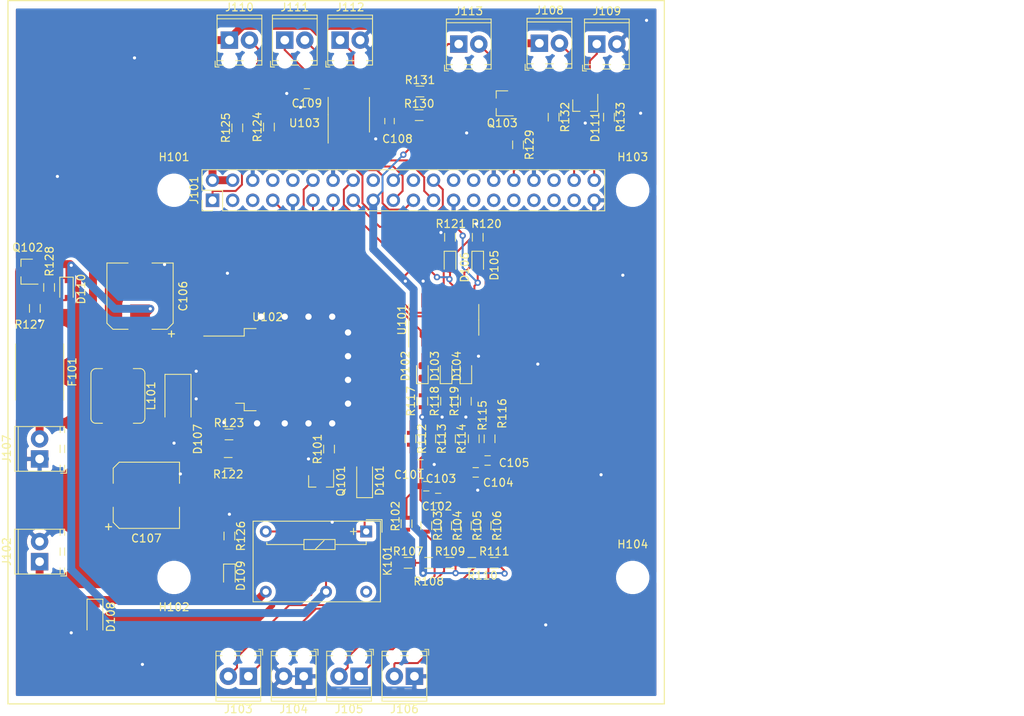
<source format=kicad_pcb>
(kicad_pcb (version 20171130) (host pcbnew "(5.1.2-1)-1")
  (layers (0 F.Cu signal) (31 B.Cu signal hide) (34 B.Paste user) (35 F.Paste user) (36 B.SilkS user) (37 F.SilkS user) (38 B.Mask user hide) (39 F.Mask user) (44 Edge.Cuts user))
  (net 0 "")
  (net 1 "Net-(D101-Pad2)")
  (net 2 +12V)
  (net 3 GND)
  (net 4 +3V3)
  (net 5 /RELAY)
  (net 6 +5V)
  (net 7 "Net-(Q101-Pad1)")
  (net 8 "Net-(C101-Pad2)")
  (net 9 "Net-(C102-Pad2)")
  (net 10 "Net-(C103-Pad2)")
  (net 11 "Net-(C104-Pad2)")
  (net 12 "Net-(C105-Pad2)")
  (net 13 "Net-(D102-Pad1)")
  (net 14 "Net-(D103-Pad1)")
  (net 15 "Net-(D104-Pad1)")
  (net 16 "Net-(D105-Pad1)")
  (net 17 "Net-(D106-Pad1)")
  (net 18 "Net-(R112-Pad1)")
  (net 19 "Net-(R113-Pad1)")
  (net 20 "Net-(R114-Pad1)")
  (net 21 "Net-(R115-Pad1)")
  (net 22 "Net-(R116-Pad1)")
  (net 23 /APA102_CLK)
  (net 24 /APA102_DATA)
  (net 25 "Net-(C109-Pad1)")
  (net 26 /DOOR)
  (net 27 /LATCH)
  (net 28 /HANDLE)
  (net 29 /B1)
  (net 30 /B2)
  (net 31 "Net-(D107-Pad1)")
  (net 32 "Net-(D109-Pad1)")
  (net 33 "Net-(F101-Pad1)")
  (net 34 /*CE0)
  (net 35 /SCK)
  (net 36 /MISO)
  (net 37 /MOSI)
  (net 38 /DOOR_SW)
  (net 39 /LATCH_SW)
  (net 40 /HANDLE_SW)
  (net 41 /BUTTON_1)
  (net 42 /BUTTON_2)
  (net 43 "Net-(R122-Pad1)")
  (net 44 "Net-(D110-Pad2)")
  (net 45 "Net-(J113-Pad1)")
  (net 46 "Net-(Q103-Pad1)")
  (net 47 /BUZZER)
  (net 48 /NFC_CS)
  (net 49 /NFC_MOSI)
  (net 50 /NFC_MISO)
  (net 51 /NFC_SCK)
  (net 52 /LOCK_SOLENOID)
  (net 53 /PWR_IN)
  (net 54 /LED_DATA)
  (net 55 /LED_CLK)
  (net 56 /BUZZ)
  (module Resistors_SMD:R_0603 (layer F.Cu) (at 146.9 88.95 270)
    (fp_text reference R121 (at -1.7 -0.1 180) (layer F.SilkS))
    (fp_text value 4k7)
    (pad 1 smd rect (at -0.75 0 270) (size 0.5 0.9) (layers F.Cu F.Paste F.Mask) (net 3 GND))
    (pad 2 smd rect (at 0.75 0 270) (size 0.5 0.9) (layers F.Cu F.Paste F.Mask) (net 17 "Net-(D106-Pad1)"))
  )
  (module Resistors_SMD:R_0603 (layer F.Cu) (at 150.4 88.95 270)
    (fp_text reference R120 (at -1.7 -1.1 180) (layer F.SilkS))
    (fp_text value 4k7)
    (pad 1 smd rect (at -0.75 0 270) (size 0.5 0.9) (layers F.Cu F.Paste F.Mask) (net 3 GND))
    (pad 2 smd rect (at 0.75 0 270) (size 0.5 0.9) (layers F.Cu F.Paste F.Mask) (net 16 "Net-(D105-Pad1)"))
  )
  (module Resistors_SMD:R_0603 (layer F.Cu) (at 148.9 109.7 90)
    (fp_text reference R119 (at 0 -1.45 90) (layer F.SilkS))
    (fp_text value 4k7)
    (pad 1 smd rect (at -0.75 0 90) (size 0.5 0.9) (layers F.Cu F.Paste F.Mask) (net 3 GND))
    (pad 2 smd rect (at 0.75 0 90) (size 0.5 0.9) (layers F.Cu F.Paste F.Mask) (net 15 "Net-(D104-Pad1)"))
  )
  (module Resistors_SMD:R_0603 (layer F.Cu) (at 146.4 109.7 90)
    (fp_text reference R118 (at 0 -1.45 90) (layer F.SilkS))
    (fp_text value 4k7)
    (pad 1 smd rect (at -0.75 0 90) (size 0.5 0.9) (layers F.Cu F.Paste F.Mask) (net 3 GND))
    (pad 2 smd rect (at 0.75 0 90) (size 0.5 0.9) (layers F.Cu F.Paste F.Mask) (net 14 "Net-(D103-Pad1)"))
  )
  (module Resistors_SMD:R_0603 (layer F.Cu) (at 143.4 109.7 90)
    (fp_text reference R117 (at 0 -1.45 90) (layer F.SilkS))
    (fp_text value 4k7)
    (pad 1 smd rect (at -0.75 0 90) (size 0.5 0.9) (layers F.Cu F.Paste F.Mask) (net 3 GND))
    (pad 2 smd rect (at 0.75 0 90) (size 0.5 0.9) (layers F.Cu F.Paste F.Mask) (net 13 "Net-(D102-Pad1)"))
  )
  (module Resistors_SMD:R_0603 (layer F.Cu) (at 151.9 114.45 270)
    (fp_text reference R116 (at -3.2 -1.6 90) (layer F.SilkS))
    (fp_text value 4k7)
    (pad 1 smd rect (at -0.75 0 270) (size 0.5 0.9) (layers F.Cu F.Paste F.Mask) (net 22 "Net-(R116-Pad1)"))
    (pad 2 smd rect (at 0.75 0 270) (size 0.5 0.9) (layers F.Cu F.Paste F.Mask) (net 12 "Net-(C105-Pad2)"))
  )
  (module Resistors_SMD:R_0603 (layer F.Cu) (at 149.9 114.45 270)
    (fp_text reference R115 (at -2.95 -1.1 90) (layer F.SilkS))
    (fp_text value 4k7)
    (pad 1 smd rect (at -0.75 0 270) (size 0.5 0.9) (layers F.Cu F.Paste F.Mask) (net 21 "Net-(R115-Pad1)"))
    (pad 2 smd rect (at 0.75 0 270) (size 0.5 0.9) (layers F.Cu F.Paste F.Mask) (net 11 "Net-(C104-Pad2)"))
  )
  (module Resistors_SMD:R_0603 (layer F.Cu) (at 146.9 114.45 270)
    (fp_text reference R114 (at 0 -1.45 90) (layer F.SilkS))
    (fp_text value 4k7)
    (pad 1 smd rect (at -0.75 0 270) (size 0.5 0.9) (layers F.Cu F.Paste F.Mask) (net 20 "Net-(R114-Pad1)"))
    (pad 2 smd rect (at 0.75 0 270) (size 0.5 0.9) (layers F.Cu F.Paste F.Mask) (net 10 "Net-(C103-Pad2)"))
  )
  (module Resistors_SMD:R_0603 (layer F.Cu) (at 144.4 114.45 270)
    (fp_text reference R113 (at 0 -1.45 90) (layer F.SilkS))
    (fp_text value 4k7)
    (pad 1 smd rect (at -0.75 0 270) (size 0.5 0.9) (layers F.Cu F.Paste F.Mask) (net 19 "Net-(R113-Pad1)"))
    (pad 2 smd rect (at 0.75 0 270) (size 0.5 0.9) (layers F.Cu F.Paste F.Mask) (net 9 "Net-(C102-Pad2)"))
  )
  (module Resistors_SMD:R_0603 (layer F.Cu) (at 141.9 114.45 270)
    (fp_text reference R112 (at 0 -1.45 90) (layer F.SilkS))
    (fp_text value 4k7)
    (pad 1 smd rect (at -0.75 0 270) (size 0.5 0.9) (layers F.Cu F.Paste F.Mask) (net 18 "Net-(R112-Pad1)"))
    (pad 2 smd rect (at 0.75 0 270) (size 0.5 0.9) (layers F.Cu F.Paste F.Mask) (net 8 "Net-(C101-Pad2)"))
  )
  (module Resistors_SMD:R_0603 (layer F.Cu) (at 152.5 130.15)
    (fp_text reference R111 (at 0 -1.45) (layer F.SilkS))
    (fp_text value 4k7)
    (pad 1 smd rect (at -0.75 0) (size 0.5 0.9) (layers F.Cu F.Paste F.Mask) (net 42 /BUTTON_2))
    (pad 2 smd rect (at 0.75 0) (size 0.5 0.9) (layers F.Cu F.Paste F.Mask) (net 4 +3V3))
  )
  (module Resistors_SMD:R_0603 (layer F.Cu) (at 149.65 130.15 180)
    (fp_text reference R110 (at -1.35 -1.6) (layer F.SilkS))
    (fp_text value 4k7)
    (pad 1 smd rect (at -0.75 0 180) (size 0.5 0.9) (layers F.Cu F.Paste F.Mask) (net 41 /BUTTON_1))
    (pad 2 smd rect (at 0.75 0 180) (size 0.5 0.9) (layers F.Cu F.Paste F.Mask) (net 4 +3V3))
  )
  (module Resistors_SMD:R_0603 (layer F.Cu) (at 146.9 130.15)
    (fp_text reference R109 (at 0 -1.45) (layer F.SilkS))
    (fp_text value 4k7)
    (pad 1 smd rect (at -0.75 0) (size 0.5 0.9) (layers F.Cu F.Paste F.Mask) (net 40 /HANDLE_SW))
    (pad 2 smd rect (at 0.75 0) (size 0.5 0.9) (layers F.Cu F.Paste F.Mask) (net 4 +3V3))
  )
  (module Resistors_SMD:R_0603 (layer F.Cu) (at 144.2 130.15 180)
    (fp_text reference R108 (at 0 -2.35) (layer F.SilkS))
    (fp_text value 4k7)
    (pad 1 smd rect (at -0.75 0 180) (size 0.5 0.9) (layers F.Cu F.Paste F.Mask) (net 39 /LATCH_SW))
    (pad 2 smd rect (at 0.75 0 180) (size 0.5 0.9) (layers F.Cu F.Paste F.Mask) (net 4 +3V3))
  )
  (module Resistors_SMD:R_0603 (layer F.Cu) (at 141.6 130.15)
    (fp_text reference R107 (at 0 -1.45) (layer F.SilkS))
    (fp_text value 4k7)
    (pad 1 smd rect (at -0.75 0) (size 0.5 0.9) (layers F.Cu F.Paste F.Mask) (net 38 /DOOR_SW))
    (pad 2 smd rect (at 0.75 0) (size 0.5 0.9) (layers F.Cu F.Paste F.Mask) (net 4 +3V3))
  )
  (module Resistors_SMD:R_0603 (layer F.Cu) (at 151.4 125.45 270)
    (fp_text reference R106 (at 0 -1.45 90) (layer F.SilkS))
    (fp_text value 10)
    (pad 1 smd rect (at -0.75 0 270) (size 0.5 0.9) (layers F.Cu F.Paste F.Mask) (net 12 "Net-(C105-Pad2)"))
    (pad 2 smd rect (at 0.75 0 270) (size 0.5 0.9) (layers F.Cu F.Paste F.Mask) (net 42 /BUTTON_2))
  )
  (module Resistors_SMD:R_0603 (layer F.Cu) (at 148.9 125.45 270)
    (fp_text reference R105 (at 0 -1.45 90) (layer F.SilkS))
    (fp_text value 10)
    (pad 1 smd rect (at -0.75 0 270) (size 0.5 0.9) (layers F.Cu F.Paste F.Mask) (net 11 "Net-(C104-Pad2)"))
    (pad 2 smd rect (at 0.75 0 270) (size 0.5 0.9) (layers F.Cu F.Paste F.Mask) (net 41 /BUTTON_1))
  )
  (module Resistors_SMD:R_0603 (layer F.Cu) (at 146.4 125.45 270)
    (fp_text reference R104 (at 0 -1.45 90) (layer F.SilkS))
    (fp_text value 10)
    (pad 1 smd rect (at -0.75 0 270) (size 0.5 0.9) (layers F.Cu F.Paste F.Mask) (net 10 "Net-(C103-Pad2)"))
    (pad 2 smd rect (at 0.75 0 270) (size 0.5 0.9) (layers F.Cu F.Paste F.Mask) (net 40 /HANDLE_SW))
  )
  (module Resistors_SMD:R_0603 (layer F.Cu) (at 143.9 125.45 270)
    (fp_text reference R103 (at 0 -1.45 90) (layer F.SilkS))
    (fp_text value 10)
    (pad 1 smd rect (at -0.75 0 270) (size 0.5 0.9) (layers F.Cu F.Paste F.Mask) (net 9 "Net-(C102-Pad2)"))
    (pad 2 smd rect (at 0.75 0 270) (size 0.5 0.9) (layers F.Cu F.Paste F.Mask) (net 39 /LATCH_SW))
  )
  (module Resistors_SMD:R_0603 (layer F.Cu) (at 141.4 125.2 270)
    (fp_text reference R102 (at -0.95 1.4 90) (layer F.SilkS))
    (fp_text value 10)
    (pad 1 smd rect (at -0.75 0 270) (size 0.5 0.9) (layers F.Cu F.Paste F.Mask) (net 8 "Net-(C101-Pad2)"))
    (pad 2 smd rect (at 0.75 0 270) (size 0.5 0.9) (layers F.Cu F.Paste F.Mask) (net 38 /DOOR_SW))
  )
  (module TerminalBlock_Phoenix:TerminalBlock_Phoenix_MPT-0,5-2-2.54_1x02_P2.54mm_Horizontal (layer F.Cu) (at 142.4 144.5 180)
    (fp_text reference J106 (at 1.27 -4.16) (layer F.SilkS))
    (fp_text value Screw_Terminal_01x02)
    (pad "" np_thru_hole circle (at 2.54 2.54 180) (size 1.1 1.1) (drill 1.1) (layers *.Cu *.Mask))
    (pad 2 thru_hole circle (at 2.54 0 180) (size 2.2 2.2) (drill 1.1) (layers *.Cu *.Mask) (net 42 /BUTTON_2))
    (pad "" np_thru_hole circle (at 0 2.54 180) (size 1.1 1.1) (drill 1.1) (layers *.Cu *.Mask))
    (pad 1 thru_hole rect (at 0 0 180) (size 2.2 2.2) (drill 1.1) (layers *.Cu *.Mask) (net 3 GND))
  )
  (module TerminalBlock_Phoenix:TerminalBlock_Phoenix_MPT-0,5-2-2.54_1x02_P2.54mm_Horizontal (layer F.Cu) (at 135.4 144.5 180)
    (fp_text reference J105 (at 1.27 -4.16) (layer F.SilkS))
    (fp_text value Screw_Terminal_01x02)
    (pad "" np_thru_hole circle (at 2.54 2.54 180) (size 1.1 1.1) (drill 1.1) (layers *.Cu *.Mask))
    (pad 2 thru_hole circle (at 2.54 0 180) (size 2.2 2.2) (drill 1.1) (layers *.Cu *.Mask) (net 40 /HANDLE_SW))
    (pad "" np_thru_hole circle (at 0 2.54 180) (size 1.1 1.1) (drill 1.1) (layers *.Cu *.Mask))
    (pad 1 thru_hole rect (at 0 0 180) (size 2.2 2.2) (drill 1.1) (layers *.Cu *.Mask) (net 41 /BUTTON_1))
  )
  (module TerminalBlock_Phoenix:TerminalBlock_Phoenix_MPT-0,5-2-2.54_1x02_P2.54mm_Horizontal (layer F.Cu) (at 128.4 144.5 180)
    (fp_text reference J104 (at 1.27 -4.16) (layer F.SilkS))
    (fp_text value Screw_Terminal_01x02)
    (pad "" np_thru_hole circle (at 2.54 2.54 180) (size 1.1 1.1) (drill 1.1) (layers *.Cu *.Mask))
    (pad 2 thru_hole circle (at 2.54 0 180) (size 2.2 2.2) (drill 1.1) (layers *.Cu *.Mask) (net 3 GND))
    (pad "" np_thru_hole circle (at 0 2.54 180) (size 1.1 1.1) (drill 1.1) (layers *.Cu *.Mask))
    (pad 1 thru_hole rect (at 0 0 180) (size 2.2 2.2) (drill 1.1) (layers *.Cu *.Mask) (net 3 GND))
  )
  (module TerminalBlock_Phoenix:TerminalBlock_Phoenix_MPT-0,5-2-2.54_1x02_P2.54mm_Horizontal (layer F.Cu) (at 121.4 144.5 180)
    (fp_text reference J103 (at 1.27 -4.16) (layer F.SilkS))
    (fp_text value Screw_Terminal_01x02)
    (pad "" np_thru_hole circle (at 2.54 2.54 180) (size 1.1 1.1) (drill 1.1) (layers *.Cu *.Mask))
    (pad 2 thru_hole circle (at 2.54 0 180) (size 2.2 2.2) (drill 1.1) (layers *.Cu *.Mask) (net 38 /DOOR_SW))
    (pad "" np_thru_hole circle (at 0 2.54 180) (size 1.1 1.1) (drill 1.1) (layers *.Cu *.Mask))
    (pad 1 thru_hole rect (at 0 0 180) (size 2.2 2.2) (drill 1.1) (layers *.Cu *.Mask) (net 39 /LATCH_SW))
  )
  (module Diode_SMD:D_0603_1608Metric (layer F.Cu) (at 146.9 92.2 270)
    (fp_text reference D106 (at 0.55 -1.85 90) (layer F.SilkS))
    (fp_text value LED)
    (pad 2 smd roundrect (at 0.7875 0 270) (size 0.875 0.95) (layers F.Cu F.Paste F.Mask) (net 30 /B2))
    (pad 1 smd roundrect (at -0.7875 0 270) (size 0.875 0.95) (layers F.Cu F.Paste F.Mask) (net 17 "Net-(D106-Pad1)"))
  )
  (module Diode_SMD:D_0603_1608Metric (layer F.Cu) (at 150.4 92.2 270)
    (fp_text reference D105 (at 0.3 -2.1 90) (layer F.SilkS))
    (fp_text value LED)
    (pad 2 smd roundrect (at 0.7875 0 270) (size 0.875 0.95) (layers F.Cu F.Paste F.Mask) (net 29 /B1))
    (pad 1 smd roundrect (at -0.7875 0 270) (size 0.875 0.95) (layers F.Cu F.Paste F.Mask) (net 16 "Net-(D105-Pad1)"))
  )
  (module Diode_SMD:D_0603_1608Metric (layer F.Cu) (at 148.9 105.9875 90)
    (fp_text reference D104 (at 0.7375 -1.15 90) (layer F.SilkS))
    (fp_text value LED)
    (pad 2 smd roundrect (at 0.7875 0 90) (size 0.875 0.95) (layers F.Cu F.Paste F.Mask) (net 28 /HANDLE))
    (pad 1 smd roundrect (at -0.7875 0 90) (size 0.875 0.95) (layers F.Cu F.Paste F.Mask) (net 15 "Net-(D104-Pad1)"))
  )
  (module Diode_SMD:D_0603_1608Metric (layer F.Cu) (at 146.4 105.9875 90)
    (fp_text reference D103 (at 0.7375 -1.43 90) (layer F.SilkS))
    (fp_text value LED)
    (pad 2 smd roundrect (at 0.7875 0 90) (size 0.875 0.95) (layers F.Cu F.Paste F.Mask) (net 27 /LATCH))
    (pad 1 smd roundrect (at -0.7875 0 90) (size 0.875 0.95) (layers F.Cu F.Paste F.Mask) (net 14 "Net-(D103-Pad1)"))
  )
  (module Diode_SMD:D_0603_1608Metric (layer F.Cu) (at 143.4 105.9875 90)
    (fp_text reference D102 (at 0.7375 -2.15 90) (layer F.SilkS))
    (fp_text value LED)
    (pad 2 smd roundrect (at 0.7875 0 90) (size 0.875 0.95) (layers F.Cu F.Paste F.Mask) (net 26 /DOOR))
    (pad 1 smd roundrect (at -0.7875 0 90) (size 0.875 0.95) (layers F.Cu F.Paste F.Mask) (net 13 "Net-(D102-Pad1)"))
  )
  (module Capacitors_SMD:C_0603 (layer F.Cu) (at 151.65 117.2)
    (fp_text reference C105 (at 3.35 0.3) (layer F.SilkS))
    (fp_text value 100n)
    (pad 2 smd rect (at 0.75 0) (size 0.8 0.75) (layers F.Cu F.Paste F.Mask) (net 12 "Net-(C105-Pad2)"))
    (pad 1 smd rect (at -0.75 0) (size 0.8 0.75) (layers F.Cu F.Paste F.Mask) (net 3 GND))
  )
  (module Capacitors_SMD:C_0603 (layer F.Cu) (at 150.15 118.7 180)
    (fp_text reference C104 (at -2.85 -1.3) (layer F.SilkS))
    (fp_text value 100n)
    (pad 2 smd rect (at 0.75 0 180) (size 0.8 0.75) (layers F.Cu F.Paste F.Mask) (net 11 "Net-(C104-Pad2)"))
    (pad 1 smd rect (at -0.75 0 180) (size 0.8 0.75) (layers F.Cu F.Paste F.Mask) (net 3 GND))
  )
  (module Capacitors_SMD:C_0603 (layer F.Cu) (at 145.4 121.95)
    (fp_text reference C103 (at 0.35 -2.45) (layer F.SilkS))
    (fp_text value 100n)
    (pad 2 smd rect (at 0.75 0) (size 0.8 0.75) (layers F.Cu F.Paste F.Mask) (net 10 "Net-(C103-Pad2)"))
    (pad 1 smd rect (at -0.75 0) (size 0.8 0.75) (layers F.Cu F.Paste F.Mask) (net 3 GND))
  )
  (module Capacitors_SMD:C_0603 (layer F.Cu) (at 143.9 120.45 180)
    (fp_text reference C102 (at -1.35 -2.55) (layer F.SilkS))
    (fp_text value 100n)
    (pad 2 smd rect (at 0.75 0 180) (size 0.8 0.75) (layers F.Cu F.Paste F.Mask) (net 9 "Net-(C102-Pad2)"))
    (pad 1 smd rect (at -0.75 0 180) (size 0.8 0.75) (layers F.Cu F.Paste F.Mask) (net 3 GND))
  )
  (module Capacitors_SMD:C_0603 (layer F.Cu) (at 143.15 117.7 180)
    (fp_text reference C101 (at 1.4 -1.3) (layer F.SilkS))
    (fp_text value 100n)
    (pad 2 smd rect (at 0.75 0 180) (size 0.8 0.75) (layers F.Cu F.Paste F.Mask) (net 8 "Net-(C101-Pad2)"))
    (pad 1 smd rect (at -0.75 0 180) (size 0.8 0.75) (layers F.Cu F.Paste F.Mask) (net 3 GND))
  )
  (module TerminalBlock_Phoenix:TerminalBlock_Phoenix_MPT-0,5-2-2.54_1x02_P2.54mm_Horizontal (layer F.Cu) (at 95 130 90)
    (fp_text reference J102 (at 1.27 -4.16 90) (layer F.SilkS))
    (fp_text value Screw_Terminal_01x02)
    (pad "" np_thru_hole circle (at 2.54 2.54 90) (size 1.1 1.1) (drill 1.1) (layers *.Cu *.Mask))
    (pad 2 thru_hole circle (at 2.54 0 90) (size 2.2 2.2) (drill 1.1) (layers *.Cu *.Mask) (net 3 GND))
    (pad "" np_thru_hole circle (at 0 2.54 90) (size 1.1 1.1) (drill 1.1) (layers *.Cu *.Mask))
    (pad 1 thru_hole rect (at 0 0 90) (size 2.2 2.2) (drill 1.1) (layers *.Cu *.Mask) (net 52 /LOCK_SOLENOID))
  )
  (module Pin_Headers:Pin_Header_Straight_2x20_Pitch2.54mm (layer F.Cu) (at 116.87 84.27 90)
    (fp_text reference J101 (at 1.27 -2.33 90) (layer F.SilkS))
    (fp_text value Raspberry_Pi_2_3)
    (pad 40 thru_hole oval (at 2.54 48.26 90) (size 1.7 1.7) (drill 1) (layers *.Cu *.Mask) (net 23 /APA102_CLK))
    (pad 39 thru_hole oval (at 0 48.26 90) (size 1.7 1.7) (drill 1) (layers *.Cu *.Mask) (net 3 GND))
    (pad 38 thru_hole oval (at 2.54 45.72 90) (size 1.7 1.7) (drill 1) (layers *.Cu *.Mask) (net 24 /APA102_DATA))
    (pad 37 thru_hole oval (at 0 45.72 90) (size 1.7 1.7) (drill 1) (layers *.Cu *.Mask))
    (pad 36 thru_hole oval (at 2.54 43.18 90) (size 1.7 1.7) (drill 1) (layers *.Cu *.Mask))
    (pad 35 thru_hole oval (at 0 43.18 90) (size 1.7 1.7) (drill 1) (layers *.Cu *.Mask))
    (pad 34 thru_hole oval (at 2.54 40.64 90) (size 1.7 1.7) (drill 1) (layers *.Cu *.Mask) (net 3 GND))
    (pad 33 thru_hole oval (at 0 40.64 90) (size 1.7 1.7) (drill 1) (layers *.Cu *.Mask))
    (pad 32 thru_hole oval (at 2.54 38.1 90) (size 1.7 1.7) (drill 1) (layers *.Cu *.Mask) (net 47 /BUZZER))
    (pad 31 thru_hole oval (at 0 38.1 90) (size 1.7 1.7) (drill 1) (layers *.Cu *.Mask))
    (pad 30 thru_hole oval (at 2.54 35.56 90) (size 1.7 1.7) (drill 1) (layers *.Cu *.Mask) (net 3 GND))
    (pad 29 thru_hole oval (at 0 35.56 90) (size 1.7 1.7) (drill 1) (layers *.Cu *.Mask))
    (pad 28 thru_hole oval (at 2.54 33.02 90) (size 1.7 1.7) (drill 1) (layers *.Cu *.Mask))
    (pad 27 thru_hole oval (at 0 33.02 90) (size 1.7 1.7) (drill 1) (layers *.Cu *.Mask))
    (pad 26 thru_hole oval (at 2.54 30.48 90) (size 1.7 1.7) (drill 1) (layers *.Cu *.Mask))
    (pad 25 thru_hole oval (at 0 30.48 90) (size 1.7 1.7) (drill 1) (layers *.Cu *.Mask) (net 3 GND))
    (pad 24 thru_hole oval (at 2.54 27.94 90) (size 1.7 1.7) (drill 1) (layers *.Cu *.Mask) (net 34 /*CE0))
    (pad 23 thru_hole oval (at 0 27.94 90) (size 1.7 1.7) (drill 1) (layers *.Cu *.Mask) (net 35 /SCK))
    (pad 22 thru_hole oval (at 2.54 25.4 90) (size 1.7 1.7) (drill 1) (layers *.Cu *.Mask))
    (pad 21 thru_hole oval (at 0 25.4 90) (size 1.7 1.7) (drill 1) (layers *.Cu *.Mask) (net 36 /MISO))
    (pad 20 thru_hole oval (at 2.54 22.86 90) (size 1.7 1.7) (drill 1) (layers *.Cu *.Mask) (net 3 GND))
    (pad 19 thru_hole oval (at 0 22.86 90) (size 1.7 1.7) (drill 1) (layers *.Cu *.Mask) (net 37 /MOSI))
    (pad 18 thru_hole oval (at 2.54 20.32 90) (size 1.7 1.7) (drill 1) (layers *.Cu *.Mask))
    (pad 17 thru_hole oval (at 0 20.32 90) (size 1.7 1.7) (drill 1) (layers *.Cu *.Mask) (net 4 +3V3))
    (pad 16 thru_hole oval (at 2.54 17.78 90) (size 1.7 1.7) (drill 1) (layers *.Cu *.Mask) (net 30 /B2))
    (pad 15 thru_hole oval (at 0 17.78 90) (size 1.7 1.7) (drill 1) (layers *.Cu *.Mask) (net 29 /B1))
    (pad 14 thru_hole oval (at 2.54 15.24 90) (size 1.7 1.7) (drill 1) (layers *.Cu *.Mask) (net 3 GND))
    (pad 13 thru_hole oval (at 0 15.24 90) (size 1.7 1.7) (drill 1) (layers *.Cu *.Mask) (net 28 /HANDLE))
    (pad 12 thru_hole oval (at 2.54 12.7 90) (size 1.7 1.7) (drill 1) (layers *.Cu *.Mask) (net 26 /DOOR))
    (pad 11 thru_hole oval (at 0 12.7 90) (size 1.7 1.7) (drill 1) (layers *.Cu *.Mask) (net 27 /LATCH))
    (pad 10 thru_hole oval (at 2.54 10.16 90) (size 1.7 1.7) (drill 1) (layers *.Cu *.Mask))
    (pad 9 thru_hole oval (at 0 10.16 90) (size 1.7 1.7) (drill 1) (layers *.Cu *.Mask) (net 3 GND))
    (pad 8 thru_hole oval (at 2.54 7.62 90) (size 1.7 1.7) (drill 1) (layers *.Cu *.Mask))
    (pad 7 thru_hole oval (at 0 7.62 90) (size 1.7 1.7) (drill 1) (layers *.Cu *.Mask) (net 5 /RELAY))
    (pad 6 thru_hole oval (at 2.54 5.08 90) (size 1.7 1.7) (drill 1) (layers *.Cu *.Mask) (net 3 GND))
    (pad 5 thru_hole oval (at 0 5.08 90) (size 1.7 1.7) (drill 1) (layers *.Cu *.Mask))
    (pad 4 thru_hole oval (at 2.54 2.54 90) (size 1.7 1.7) (drill 1) (layers *.Cu *.Mask) (net 6 +5V))
    (pad 3 thru_hole oval (at 0 2.54 90) (size 1.7 1.7) (drill 1) (layers *.Cu *.Mask))
    (pad 2 thru_hole oval (at 2.54 0 90) (size 1.7 1.7) (drill 1) (layers *.Cu *.Mask) (net 6 +5V))
    (pad 1 thru_hole rect (at 0 0 90) (size 1.7 1.7) (drill 1) (layers *.Cu *.Mask) (net 4 +3V3))
  )
  (module Relay_THT:Relay_SPDT_Omron_G6E (layer F.Cu) (at 136.3 126.18 270)
    (fp_text reference K101 (at 3.7 -2.7 270) (layer F.SilkS))
    (fp_text value G6E)
    (pad 1 thru_hole rect (at 0 0 180) (size 1.50114 1.50114) (drill 0.8001) (layers *.Cu *.Mask) (net 2 +12V))
    (pad 12 thru_hole circle (at 7.62 0 180) (size 1.50114 1.50114) (drill 0.8001) (layers *.Cu *.Mask))
    (pad 10 thru_hole circle (at 7.62 5.08 180) (size 1.50114 1.50114) (drill 0.8001) (layers *.Cu *.Mask) (net 2 +12V))
    (pad 6 thru_hole circle (at 0 12.7 180) (size 1.50114 1.50114) (drill 0.8001) (layers *.Cu *.Mask) (net 1 "Net-(D101-Pad2)"))
    (pad 7 thru_hole circle (at 7.62 12.7 180) (size 1.50114 1.50114) (drill 0.8001) (layers *.Cu *.Mask) (net 52 /LOCK_SOLENOID))
  )
  (module Package_TO_SOT_SMD:SOT-23 (layer F.Cu) (at 130.6 119.8 270)
    (fp_text reference Q101 (at 0 -2.5 90) (layer F.SilkS))
    (fp_text value MMBT3904)
    (pad 1 smd rect (at -1 -0.95 270) (size 0.9 0.8) (layers F.Cu F.Paste F.Mask) (net 7 "Net-(Q101-Pad1)"))
    (pad 2 smd rect (at -1 0.95 270) (size 0.9 0.8) (layers F.Cu F.Paste F.Mask) (net 3 GND))
    (pad 3 smd rect (at 1 0 270) (size 0.9 0.8) (layers F.Cu F.Paste F.Mask) (net 1 "Net-(D101-Pad2)"))
  )
  (module Resistors_SMD:R_0603 (layer F.Cu) (at 131.6 115.75 90)
    (fp_text reference R101 (at 0 -1.45 90) (layer F.SilkS))
    (fp_text value 2k21)
    (pad 2 smd rect (at 0.75 0 90) (size 0.5 0.9) (layers F.Cu F.Paste F.Mask) (net 5 /RELAY))
    (pad 1 smd rect (at -0.75 0 90) (size 0.5 0.9) (layers F.Cu F.Paste F.Mask) (net 7 "Net-(Q101-Pad1)"))
  )
  (module Capacitors_SMD:C_0603 (layer F.Cu) (at 139.25 74.25 270)
    (fp_text reference C108 (at 2.25 -1 180) (layer F.SilkS))
    (fp_text value 100n)
    (pad 1 smd rect (at -0.75 0 270) (size 0.8 0.75) (layers F.Cu F.Paste F.Mask) (net 4 +3V3))
    (pad 2 smd rect (at 0.75 0 270) (size 0.8 0.75) (layers F.Cu F.Paste F.Mask) (net 3 GND))
  )
  (module Capacitors_SMD:C_0603_HandSoldering (layer F.Cu) (at 128.8 70.75 180)
    (fp_text reference C109 (at 0 -1.25) (layer F.SilkS))
    (fp_text value 100n)
    (pad 2 smd rect (at 0.95 0 180) (size 1.2 0.75) (layers F.Cu F.Paste F.Mask) (net 3 GND))
    (pad 1 smd rect (at -0.95 0 180) (size 1.2 0.75) (layers F.Cu F.Paste F.Mask) (net 25 "Net-(C109-Pad1)"))
  )
  (module Diode_SMD:D_0603_1608Metric (layer F.Cu) (at 119 131.7875 270)
    (fp_text reference D109 (at 0 -1.43 90) (layer F.SilkS))
    (fp_text value LED_OPEN)
    (pad 1 smd roundrect (at -0.7875 0 270) (size 0.875 0.95) (layers F.Cu F.Paste F.Mask) (net 32 "Net-(D109-Pad1)"))
    (pad 2 smd roundrect (at 0.7875 0 270) (size 0.875 0.95) (layers F.Cu F.Paste F.Mask) (net 52 /LOCK_SOLENOID))
  )
  (module Fuse_Holders_and_Fuses:Fuse_SMD2920 (layer F.Cu) (at 95 106 270)
    (fp_text reference F101 (at 0 -4.13 90) (layer F.SilkS))
    (fp_text value "Polyfuse 1A")
    (pad 2 smd rect (at 3.7 0) (size 5.6 2.3) (layers F.Cu F.Paste F.Mask) (net 53 /PWR_IN))
    (pad 1 smd rect (at -3.7 0) (size 5.6 2.3) (layers F.Cu F.Paste F.Mask) (net 33 "Net-(F101-Pad1)"))
  )
  (module TerminalBlock_Phoenix:TerminalBlock_Phoenix_MPT-0,5-2-2.54_1x02_P2.54mm_Horizontal (layer F.Cu) (at 95 117 90)
    (fp_text reference J107 (at 1.27 -4.16 90) (layer F.SilkS))
    (fp_text value Screw_Terminal_01x02)
    (pad "" np_thru_hole circle (at 2.54 2.54 90) (size 1.1 1.1) (drill 1.1) (layers *.Cu *.Mask))
    (pad 2 thru_hole circle (at 2.54 0 90) (size 2.2 2.2) (drill 1.1) (layers *.Cu *.Mask) (net 53 /PWR_IN))
    (pad "" np_thru_hole circle (at 0 2.54 90) (size 1.1 1.1) (drill 1.1) (layers *.Cu *.Mask))
    (pad 1 thru_hole rect (at 0 0 90) (size 2.2 2.2) (drill 1.1) (layers *.Cu *.Mask) (net 3 GND))
  )
  (module TerminalBlock_Phoenix:TerminalBlock_Phoenix_MPT-0,5-2-2.54_1x02_P2.54mm_Horizontal (layer F.Cu) (at 158.2 64.4)
    (fp_text reference J108 (at 1.27 -4.16) (layer F.SilkS))
    (fp_text value Screw_Terminal_01x02)
    (pad "" np_thru_hole circle (at 2.54 2.54) (size 1.1 1.1) (drill 1.1) (layers *.Cu *.Mask))
    (pad 2 thru_hole circle (at 2.54 0) (size 2.2 2.2) (drill 1.1) (layers *.Cu *.Mask) (net 54 /LED_DATA))
    (pad "" np_thru_hole circle (at 0 2.54) (size 1.1 1.1) (drill 1.1) (layers *.Cu *.Mask))
    (pad 1 thru_hole rect (at 0 0) (size 2.2 2.2) (drill 1.1) (layers *.Cu *.Mask) (net 6 +5V))
  )
  (module TerminalBlock_Phoenix:TerminalBlock_Phoenix_MPT-0,5-2-2.54_1x02_P2.54mm_Horizontal (layer F.Cu) (at 165.46 64.5)
    (fp_text reference J109 (at 1.27 -4.16) (layer F.SilkS))
    (fp_text value Screw_Terminal_01x02)
    (pad 1 thru_hole rect (at 0 0) (size 2.2 2.2) (drill 1.1) (layers *.Cu *.Mask) (net 55 /LED_CLK))
    (pad "" np_thru_hole circle (at 0 2.54) (size 1.1 1.1) (drill 1.1) (layers *.Cu *.Mask))
    (pad 2 thru_hole circle (at 2.54 0) (size 2.2 2.2) (drill 1.1) (layers *.Cu *.Mask) (net 3 GND))
    (pad "" np_thru_hole circle (at 2.54 2.54) (size 1.1 1.1) (drill 1.1) (layers *.Cu *.Mask))
  )
  (module TerminalBlock_Phoenix:TerminalBlock_Phoenix_MPT-0,5-2-2.54_1x02_P2.54mm_Horizontal (layer F.Cu) (at 119 64)
    (fp_text reference J110 (at 1.27 -4.16) (layer F.SilkS))
    (fp_text value Screw_Terminal_01x02)
    (pad 1 thru_hole rect (at 0 0) (size 2.2 2.2) (drill 1.1) (layers *.Cu *.Mask) (net 6 +5V))
    (pad "" np_thru_hole circle (at 0 2.54) (size 1.1 1.1) (drill 1.1) (layers *.Cu *.Mask))
    (pad 2 thru_hole circle (at 2.54 0) (size 2.2 2.2) (drill 1.1) (layers *.Cu *.Mask) (net 48 /NFC_CS))
    (pad "" np_thru_hole circle (at 2.54 2.54) (size 1.1 1.1) (drill 1.1) (layers *.Cu *.Mask))
  )
  (module TerminalBlock_Phoenix:TerminalBlock_Phoenix_MPT-0,5-2-2.54_1x02_P2.54mm_Horizontal (layer F.Cu) (at 126 64)
    (fp_text reference J111 (at 1.27 -4.16) (layer F.SilkS))
    (fp_text value Screw_Terminal_01x02)
    (pad "" np_thru_hole circle (at 2.54 2.54) (size 1.1 1.1) (drill 1.1) (layers *.Cu *.Mask))
    (pad 2 thru_hole circle (at 2.54 0) (size 2.2 2.2) (drill 1.1) (layers *.Cu *.Mask) (net 49 /NFC_MOSI))
    (pad "" np_thru_hole circle (at 0 2.54) (size 1.1 1.1) (drill 1.1) (layers *.Cu *.Mask))
    (pad 1 thru_hole rect (at 0 0) (size 2.2 2.2) (drill 1.1) (layers *.Cu *.Mask) (net 50 /NFC_MISO))
  )
  (module TerminalBlock_Phoenix:TerminalBlock_Phoenix_MPT-0,5-2-2.54_1x02_P2.54mm_Horizontal (layer F.Cu) (at 133 64)
    (fp_text reference J112 (at 1.27 -4.16) (layer F.SilkS))
    (fp_text value Screw_Terminal_01x02)
    (pad 1 thru_hole rect (at 0 0) (size 2.2 2.2) (drill 1.1) (layers *.Cu *.Mask) (net 51 /NFC_SCK))
    (pad "" np_thru_hole circle (at 0 2.54) (size 1.1 1.1) (drill 1.1) (layers *.Cu *.Mask))
    (pad 2 thru_hole circle (at 2.54 0) (size 2.2 2.2) (drill 1.1) (layers *.Cu *.Mask) (net 3 GND))
    (pad "" np_thru_hole circle (at 2.54 2.54) (size 1.1 1.1) (drill 1.1) (layers *.Cu *.Mask))
  )
  (module Inductor_SMD:L_Bourns_SRP7028A_7.3x6.6mm (layer F.Cu) (at 104.9 109.025 270)
    (fp_text reference L101 (at 0 -4.2 90) (layer F.SilkS))
    (fp_text value MWSA0603S-330MT)
    (pad 1 smd rect (at -2.725 0 270) (size 2.95 3.5) (layers F.Cu F.Paste F.Mask) (net 31 "Net-(D107-Pad1)"))
    (pad 2 smd rect (at 2.725 0 270) (size 2.95 3.5) (layers F.Cu F.Paste F.Mask) (net 6 +5V))
  )
  (module Package_TO_SOT_SMD:SOT-23 (layer F.Cu) (at 93.4 93.3 180)
    (fp_text reference Q102 (at -0.1 3.05) (layer F.SilkS))
    (fp_text value Si2319CDS)
    (pad 1 smd rect (at -1 -0.95 180) (size 0.9 0.8) (layers F.Cu F.Paste F.Mask) (net 44 "Net-(D110-Pad2)"))
    (pad 2 smd rect (at -1 0.95 180) (size 0.9 0.8) (layers F.Cu F.Paste F.Mask) (net 2 +12V))
    (pad 3 smd rect (at 1 0 180) (size 0.9 0.8) (layers F.Cu F.Paste F.Mask) (net 33 "Net-(F101-Pad1)"))
  )
  (module Resistors_SMD:R_0603 (layer F.Cu) (at 118.85 117.5 180)
    (fp_text reference R122 (at 0 -1.45) (layer F.SilkS))
    (fp_text value 3k75)
    (pad 2 smd rect (at 0.75 0 180) (size 0.5 0.9) (layers F.Cu F.Paste F.Mask) (net 6 +5V))
    (pad 1 smd rect (at -0.75 0 180) (size 0.5 0.9) (layers F.Cu F.Paste F.Mask) (net 43 "Net-(R122-Pad1)"))
  )
  (module Resistors_SMD:R_0603 (layer F.Cu) (at 118.95 113.9)
    (fp_text reference R123 (at 0 -1.45) (layer F.SilkS))
    (fp_text value 1k21)
    (pad 1 smd rect (at -0.75 0) (size 0.5 0.9) (layers F.Cu F.Paste F.Mask) (net 3 GND))
    (pad 2 smd rect (at 0.75 0) (size 0.5 0.9) (layers F.Cu F.Paste F.Mask) (net 43 "Net-(R122-Pad1)"))
  )
  (module Resistors_SMD:R_0603_HandSoldering (layer F.Cu) (at 124 75 90)
    (fp_text reference R124 (at 0 -1.45 90) (layer F.SilkS))
    (fp_text value DNI)
    (pad 1 smd rect (at -1.1 0 90) (size 1.2 0.9) (layers F.Cu F.Paste F.Mask) (net 4 +3V3))
    (pad 2 smd rect (at 1.1 0 90) (size 1.2 0.9) (layers F.Cu F.Paste F.Mask) (net 25 "Net-(C109-Pad1)"))
  )
  (module Resistors_SMD:R_0603_HandSoldering (layer F.Cu) (at 120 75.1 90)
    (fp_text reference R125 (at 0 -1.45 90) (layer F.SilkS))
    (fp_text value 0R)
    (pad 2 smd rect (at 1.1 0 90) (size 1.2 0.9) (layers F.Cu F.Paste F.Mask) (net 25 "Net-(C109-Pad1)"))
    (pad 1 smd rect (at -1.1 0 90) (size 1.2 0.9) (layers F.Cu F.Paste F.Mask) (net 6 +5V))
  )
  (module Resistors_SMD:R_0603 (layer F.Cu) (at 119 126.75 270)
    (fp_text reference R126 (at 0 -1.45 90) (layer F.SilkS))
    (fp_text value 10k)
    (pad 2 smd rect (at 0.75 0 270) (size 0.5 0.9) (layers F.Cu F.Paste F.Mask) (net 32 "Net-(D109-Pad1)"))
    (pad 1 smd rect (at -0.75 0 270) (size 0.5 0.9) (layers F.Cu F.Paste F.Mask) (net 3 GND))
  )
  (module Package_TO_SOT_SMD:TO-263-5_TabPin3 (layer F.Cu) (at 123.825 105.7)
    (fp_text reference U102 (at 0 -6.65) (layer F.SilkS))
    (fp_text value LM2596S)
    (pad 1 smd rect (at -5.775 -3.4) (size 4.6 1.1) (layers F.Cu F.Paste F.Mask) (net 2 +12V))
    (pad 2 smd rect (at -5.775 -1.7) (size 4.6 1.1) (layers F.Cu F.Paste F.Mask) (net 31 "Net-(D107-Pad1)"))
    (pad 3 smd rect (at -5.775 0) (size 4.6 1.1) (layers F.Cu F.Paste F.Mask) (net 3 GND))
    (pad 4 smd rect (at -5.775 1.7) (size 4.6 1.1) (layers F.Cu F.Paste F.Mask) (net 43 "Net-(R122-Pad1)"))
    (pad 5 smd rect (at -5.775 3.4) (size 4.6 1.1) (layers F.Cu F.Paste F.Mask) (net 3 GND))
    (pad 3 smd rect (at 3.375 0) (size 9.4 10.8) (layers F.Cu F.Mask) (net 3 GND))
  )
  (module Resistors_SMD:R_0603 (layer F.Cu) (at 94.4 97.95 90)
    (fp_text reference R127 (at -2.05 -0.65 180) (layer F.SilkS))
    (fp_text value 4k7)
    (pad 2 smd rect (at 0.75 0 90) (size 0.5 0.9) (layers F.Cu F.Paste F.Mask) (net 44 "Net-(D110-Pad2)"))
    (pad 1 smd rect (at -0.75 0 90) (size 0.5 0.9) (layers F.Cu F.Paste F.Mask) (net 3 GND))
  )
  (module Resistors_SMD:R_0603 (layer F.Cu) (at 96.2 95.3 90)
    (fp_text reference R128 (at 3.3 0.05 270) (layer F.SilkS))
    (fp_text value 1M)
    (pad 2 smd rect (at 0.75 0 90) (size 0.5 0.9) (layers F.Cu F.Paste F.Mask) (net 2 +12V))
    (pad 1 smd rect (at -0.75 0 90) (size 0.5 0.9) (layers F.Cu F.Paste F.Mask) (net 44 "Net-(D110-Pad2)"))
  )
  (module TerminalBlock_Phoenix:TerminalBlock_Phoenix_MPT-0,5-2-2.54_1x02_P2.54mm_Horizontal (layer F.Cu) (at 148 64.5)
    (fp_text reference J113 (at 1.27 -4.16) (layer F.SilkS))
    (fp_text value BUZZER)
    (pad 1 thru_hole rect (at 0 0) (size 2.2 2.2) (drill 1.1) (layers *.Cu *.Mask) (net 45 "Net-(J113-Pad1)"))
    (pad "" np_thru_hole circle (at 0 2.54) (size 1.1 1.1) (drill 1.1) (layers *.Cu *.Mask))
    (pad 2 thru_hole circle (at 2.54 0) (size 2.2 2.2) (drill 1.1) (layers *.Cu *.Mask) (net 56 /BUZZ))
    (pad "" np_thru_hole circle (at 2.54 2.54) (size 1.1 1.1) (drill 1.1) (layers *.Cu *.Mask))
  )
  (module Package_TO_SOT_SMD:SOT-23 (layer F.Cu) (at 153.5 72 180)
    (fp_text reference Q103 (at 0 -2.5) (layer F.SilkS))
    (fp_text value MMBT3904)
    (pad 1 smd rect (at -1 -0.95 180) (size 0.9 0.8) (layers F.Cu F.Paste F.Mask) (net 46 "Net-(Q103-Pad1)"))
    (pad 2 smd rect (at -1 0.95 180) (size 0.9 0.8) (layers F.Cu F.Paste F.Mask) (net 3 GND))
    (pad 3 smd rect (at 1 0 180) (size 0.9 0.8) (layers F.Cu F.Paste F.Mask) (net 56 /BUZZ))
  )
  (module Resistors_SMD:R_0603 (layer F.Cu) (at 155.5 77.25 270)
    (fp_text reference R129 (at 0 -1.45 90) (layer F.SilkS))
    (fp_text value 2k21)
    (pad 2 smd rect (at 0.75 0 270) (size 0.5 0.9) (layers F.Cu F.Paste F.Mask) (net 47 /BUZZER))
    (pad 1 smd rect (at -0.75 0 270) (size 0.5 0.9) (layers F.Cu F.Paste F.Mask) (net 46 "Net-(Q103-Pad1)"))
  )
  (module Resistors_SMD:R_0603_HandSoldering (layer F.Cu) (at 143 73.5)
    (fp_text reference R130 (at 0 -1.45) (layer F.SilkS))
    (fp_text value 0R)
    (pad 1 smd rect (at -1.1 0) (size 1.2 0.9) (layers F.Cu F.Paste F.Mask) (net 4 +3V3))
    (pad 2 smd rect (at 1.1 0) (size 1.2 0.9) (layers F.Cu F.Paste F.Mask) (net 45 "Net-(J113-Pad1)"))
  )
  (module Resistors_SMD:R_0603_HandSoldering (layer F.Cu) (at 143.1 70.5)
    (fp_text reference R131 (at 0 -1.45) (layer F.SilkS))
    (fp_text value DNI)
    (pad 2 smd rect (at 1.1 0) (size 1.2 0.9) (layers F.Cu F.Paste F.Mask) (net 45 "Net-(J113-Pad1)"))
    (pad 1 smd rect (at -1.1 0) (size 1.2 0.9) (layers F.Cu F.Paste F.Mask) (net 6 +5V))
  )
  (module Resistors_SMD:R_0603 (layer F.Cu) (at 160 73.75 270)
    (fp_text reference R132 (at 0 -1.45 90) (layer F.SilkS))
    (fp_text value 470R)
    (pad 2 smd rect (at 0.75 0 270) (size 0.5 0.9) (layers F.Cu F.Paste F.Mask) (net 24 /APA102_DATA))
    (pad 1 smd rect (at -0.75 0 270) (size 0.5 0.9) (layers F.Cu F.Paste F.Mask) (net 54 /LED_DATA))
  )
  (module Resistors_SMD:R_0603 (layer F.Cu) (at 167 73.75 270)
    (fp_text reference R133 (at 0 -1.45 90) (layer F.SilkS))
    (fp_text value 470R)
    (pad 1 smd rect (at -0.75 0 270) (size 0.5 0.9) (layers F.Cu F.Paste F.Mask) (net 55 /LED_CLK))
    (pad 2 smd rect (at 0.75 0 270) (size 0.5 0.9) (layers F.Cu F.Paste F.Mask) (net 23 /APA102_CLK))
  )
  (module Mounting_Holes:MountingHole_3.2mm_M3 (layer F.Cu) (at 112 83)
    (fp_text reference H101 (at 0 -4.2) (layer F.SilkS))
    (fp_text value MountingHole)
    (pad 1 np_thru_hole circle (at 0 0) (size 3.2 3.2) (drill 3.2) (layers *.Cu *.Mask))
  )
  (module Mounting_Holes:MountingHole_3.2mm_M3 (layer F.Cu) (at 112 132)
    (fp_text reference H102 (at 0 3.75) (layer F.SilkS))
    (fp_text value MountingHole)
    (pad 1 np_thru_hole circle (at 0 0) (size 3.2 3.2) (drill 3.2) (layers *.Cu *.Mask))
  )
  (module Mounting_Holes:MountingHole_3.2mm_M3 (layer F.Cu) (at 170 83)
    (fp_text reference H103 (at 0 -4.2) (layer F.SilkS))
    (fp_text value MountingHole)
    (pad 1 np_thru_hole circle (at 0 0) (size 3.2 3.2) (drill 3.2) (layers *.Cu *.Mask))
  )
  (module Mounting_Holes:MountingHole_3.2mm_M3 (layer F.Cu) (at 170 132)
    (fp_text reference H104 (at 0 -4.2) (layer F.SilkS))
    (fp_text value MountingHole)
    (pad 1 np_thru_hole circle (at 0 0) (size 3.2 3.2) (drill 3.2) (layers *.Cu *.Mask))
  )
  (module Package_SO:SOIC-14_3.9x8.7mm_P1.27mm (layer F.Cu) (at 146.1 99.4 90)
    (fp_text reference U101 (at 0 -5.28 90) (layer F.SilkS))
    (fp_text value 74HC14)
    (pad 1 smd roundrect (at -2.475 -3.81 90) (size 1.95 0.6) (layers F.Cu F.Paste F.Mask) (net 18 "Net-(R112-Pad1)"))
    (pad 2 smd roundrect (at -2.475 -2.54 90) (size 1.95 0.6) (layers F.Cu F.Paste F.Mask) (net 26 /DOOR))
    (pad 3 smd roundrect (at -2.475 -1.27 90) (size 1.95 0.6) (layers F.Cu F.Paste F.Mask) (net 19 "Net-(R113-Pad1)"))
    (pad 4 smd roundrect (at -2.475 0 90) (size 1.95 0.6) (layers F.Cu F.Paste F.Mask) (net 27 /LATCH))
    (pad 5 smd roundrect (at -2.475 1.27 90) (size 1.95 0.6) (layers F.Cu F.Paste F.Mask) (net 20 "Net-(R114-Pad1)"))
    (pad 6 smd roundrect (at -2.475 2.54 90) (size 1.95 0.6) (layers F.Cu F.Paste F.Mask) (net 28 /HANDLE))
    (pad 7 smd roundrect (at -2.475 3.81 90) (size 1.95 0.6) (layers F.Cu F.Paste F.Mask) (net 3 GND))
    (pad 8 smd roundrect (at 2.475 3.81 90) (size 1.95 0.6) (layers F.Cu F.Paste F.Mask) (net 29 /B1))
    (pad 9 smd roundrect (at 2.475 2.54 90) (size 1.95 0.6) (layers F.Cu F.Paste F.Mask) (net 21 "Net-(R115-Pad1)"))
    (pad 10 smd roundrect (at 2.475 1.27 90) (size 1.95 0.6) (layers F.Cu F.Paste F.Mask) (net 30 /B2))
    (pad 11 smd roundrect (at 2.475 0 90) (size 1.95 0.6) (layers F.Cu F.Paste F.Mask) (net 22 "Net-(R116-Pad1)"))
    (pad 12 smd roundrect (at 2.475 -1.27 90) (size 1.95 0.6) (layers F.Cu F.Paste F.Mask))
    (pad 13 smd roundrect (at 2.475 -2.54 90) (size 1.95 0.6) (layers F.Cu F.Paste F.Mask) (net 3 GND))
    (pad 14 smd roundrect (at 2.475 -3.81 90) (size 1.95 0.6) (layers F.Cu F.Paste F.Mask) (net 4 +3V3))
  )
  (module Package_TO_SOT_SMD:SOT-23 (layer F.Cu) (at 164 72.25 270)
    (fp_text reference D111 (at 2.75 -1.25 90) (layer F.SilkS))
    (fp_text value SP0502BAHT)
    (pad 1 smd rect (at -1 -0.95 270) (size 0.9 0.8) (layers F.Cu F.Paste F.Mask) (net 55 /LED_CLK))
    (pad 2 smd rect (at -1 0.95 270) (size 0.9 0.8) (layers F.Cu F.Paste F.Mask) (net 54 /LED_DATA))
    (pad 3 smd rect (at 1 0 270) (size 0.9 0.8) (layers F.Cu F.Paste F.Mask) (net 3 GND))
  )
  (module Diodes_SMD:D_SOD-123 (layer F.Cu) (at 136.1 119.65 90)
    (fp_text reference D101 (at -0.1 1.9 90) (layer F.SilkS))
    (fp_text value SMF15A)
    (pad 2 smd rect (at 1.65 0 90) (size 0.9 1.2) (layers F.Cu F.Paste F.Mask) (net 1 "Net-(D101-Pad2)"))
    (pad 1 smd rect (at -1.65 0 90) (size 0.9 1.2) (layers F.Cu F.Paste F.Mask) (net 2 +12V))
  )
  (module Diodes_SMD:D_SOD-123 (layer F.Cu) (at 102 137 270)
    (fp_text reference D108 (at 0 -2 90) (layer F.SilkS))
    (fp_text value SMF15A)
    (pad 1 smd rect (at -1.65 0 270) (size 0.9 1.2) (layers F.Cu F.Paste F.Mask) (net 52 /LOCK_SOLENOID))
    (pad 2 smd rect (at 1.65 0 270) (size 0.9 1.2) (layers F.Cu F.Paste F.Mask) (net 3 GND))
  )
  (module Package_SO:TSSOP-14_4.4x5mm_P0.65mm (layer F.Cu) (at 134.1 73.4375 90)
    (fp_text reference U103 (at -1.0625 -5.6 180) (layer F.SilkS))
    (fp_text value TXB0104PW)
    (pad 1 smd roundrect (at -2.8625 -1.95 90) (size 1.475 0.4) (layers F.Cu F.Paste F.Mask) (net 4 +3V3))
    (pad 2 smd roundrect (at -2.8625 -1.3 90) (size 1.475 0.4) (layers F.Cu F.Paste F.Mask) (net 34 /*CE0))
    (pad 3 smd roundrect (at -2.8625 -0.65 90) (size 1.475 0.4) (layers F.Cu F.Paste F.Mask) (net 36 /MISO))
    (pad 4 smd roundrect (at -2.8625 0 90) (size 1.475 0.4) (layers F.Cu F.Paste F.Mask) (net 37 /MOSI))
    (pad 5 smd roundrect (at -2.8625 0.65 90) (size 1.475 0.4) (layers F.Cu F.Paste F.Mask) (net 35 /SCK))
    (pad 6 smd roundrect (at -2.8625 1.3 90) (size 1.475 0.4) (layers F.Cu F.Paste F.Mask))
    (pad 7 smd roundrect (at -2.8625 1.95 90) (size 1.475 0.4) (layers F.Cu F.Paste F.Mask) (net 3 GND))
    (pad 8 smd roundrect (at 2.8625 1.95 90) (size 1.475 0.4) (layers F.Cu F.Paste F.Mask) (net 4 +3V3))
    (pad 9 smd roundrect (at 2.8625 1.3 90) (size 1.475 0.4) (layers F.Cu F.Paste F.Mask))
    (pad 10 smd roundrect (at 2.8625 0.65 90) (size 1.475 0.4) (layers F.Cu F.Paste F.Mask) (net 51 /NFC_SCK))
    (pad 11 smd roundrect (at 2.8625 0 90) (size 1.475 0.4) (layers F.Cu F.Paste F.Mask) (net 49 /NFC_MOSI))
    (pad 12 smd roundrect (at 2.8625 -0.65 90) (size 1.475 0.4) (layers F.Cu F.Paste F.Mask) (net 50 /NFC_MISO))
    (pad 13 smd roundrect (at 2.8625 -1.3 90) (size 1.475 0.4) (layers F.Cu F.Paste F.Mask) (net 48 /NFC_CS))
    (pad 14 smd roundrect (at 2.8625 -1.95 90) (size 1.475 0.4) (layers F.Cu F.Paste F.Mask) (net 25 "Net-(C109-Pad1)"))
  )
  (module Capacitors_SMD:CP_Elec_8x10 (layer F.Cu) (at 107.7 96.4 90)
    (fp_text reference C106 (at 0 5.45 90) (layer F.SilkS))
    (fp_text value "220 μF 25V")
    (fp_text user + (at -4.78 3.9 90) (layer F.SilkS))
    (pad 2 smd rect (at 3.05 0 270) (size 4 2.5) (layers F.Cu F.Paste F.Mask) (net 3 GND))
    (pad 1 smd rect (at -3.05 0 270) (size 4 2.5) (layers F.Cu F.Paste F.Mask) (net 2 +12V))
  )
  (module Capacitors_SMD:CP_Elec_8x10.5 (layer F.Cu) (at 108.5 121.6)
    (fp_text reference C107 (at 0 5.45) (layer F.SilkS))
    (fp_text value "680μF 10V")
    (fp_text user + (at -4.78 3.91) (layer F.SilkS))
    (pad 2 smd rect (at 3.05 0 180) (size 4 2.5) (layers F.Cu F.Paste F.Mask) (net 3 GND))
    (pad 1 smd rect (at -3.05 0 180) (size 4 2.5) (layers F.Cu F.Paste F.Mask) (net 6 +5V))
  )
  (module Diodes_SMD:D_SMA (layer F.Cu) (at 112.5 109.7 270)
    (fp_text reference D107 (at 4.8 -2.5 90) (layer F.SilkS))
    (fp_text value SS34)
    (pad 2 smd rect (at 2 0 270) (size 2.5 1.8) (layers F.Cu F.Paste F.Mask) (net 3 GND))
    (pad 1 smd rect (at -2 0 270) (size 2.5 1.8) (layers F.Cu F.Paste F.Mask) (net 31 "Net-(D107-Pad1)"))
  )
  (module Diode_SMD:D_SOD-323 (layer F.Cu) (at 98.4 95.5 270)
    (fp_text reference D110 (at 0 -1.85 90) (layer F.SilkS))
    (fp_text value MM3Z12)
    (pad 1 smd rect (at -1.05 0 270) (size 0.6 0.45) (layers F.Cu F.Paste F.Mask) (net 2 +12V))
    (pad 2 smd rect (at 1.05 0 270) (size 0.6 0.45) (layers F.Cu F.Paste F.Mask) (net 44 "Net-(D110-Pad2)"))
  )
  (gr_line (start 91 148) (end 91 59) (layer F.SilkS) (width 0.15))
  (gr_line (start 174 148) (end 91 148) (layer F.SilkS) (width 0.15))
  (gr_line (start 174 59) (end 174 148) (layer F.SilkS) (width 0.15))
  (gr_line (start 91 59) (end 174 59) (layer F.SilkS) (width 0.15))
  (segment (start 130.6 120.85) (end 130.6 120.8) (width 0.25) (layer F.Cu) (net 1))
  (segment (start 125.27 126.18) (end 130.6 120.85) (width 0.25) (layer F.Cu) (net 1))
  (segment (start 123.6 126.18) (end 125.27 126.18) (width 0.25) (layer F.Cu) (net 1))
  (segment (start 132.9 120.8) (end 136.1 117.6) (width 0.25) (layer F.Cu) (net 1))
  (segment (start 130.6 120.8) (end 132.9 120.8) (width 0.25) (layer F.Cu) (net 1))
  (segment (start 118.05 102.3) (end 113.2 102.3) (width 1) (layer F.Cu) (net 2))
  (segment (start 111.3 100.4) (end 107.7 100.4) (width 1) (layer F.Cu) (net 2))
  (segment (start 113.2 102.3) (end 111.3 100.4) (width 1) (layer F.Cu) (net 2))
  (segment (start 98.4 92.5) (end 98.55 92.35) (width 0.25) (layer F.Cu) (net 2))
  (segment (start 98.4 94.1) (end 98.4 92.5) (width 0.25) (layer F.Cu) (net 2))
  (segment (start 94.4 92.35) (end 98.55 92.35) (width 1) (layer F.Cu) (net 2))
  (segment (start 97.35 94.1) (end 98.4 94.1) (width 0.25) (layer F.Cu) (net 2))
  (segment (start 96.9 94.55) (end 97.35 94.1) (width 0.25) (layer F.Cu) (net 2))
  (segment (start 96.2 94.55) (end 96.9 94.55) (width 0.25) (layer F.Cu) (net 2))
  (segment (start 134.54943 126.18) (end 136.3 126.18) (width 0.25) (layer F.Cu) (net 2))
  (segment (start 131.22 129.50943) (end 134.54943 126.18) (width 0.25) (layer F.Cu) (net 2))
  (segment (start 131.22 133.8) (end 131.22 129.50943) (width 0.25) (layer F.Cu) (net 2))
  (via (at 109 98) (size 0.8) (drill 0.4) (layers F.Cu B.Cu) (net 2))
  (segment (start 107.7 99.3) (end 109 98) (width 1) (layer F.Cu) (net 2))
  (segment (start 107.7 100.4) (end 107.7 99.3) (width 1) (layer F.Cu) (net 2))
  (segment (start 136.1 125.98) (end 136.3 126.18) (width 0.25) (layer F.Cu) (net 2))
  (segment (start 136.1 121.8) (end 136.1 125.98) (width 0.25) (layer F.Cu) (net 2))
  (via (at 99 92.5) (size 0.8) (drill 0.4) (layers F.Cu B.Cu) (net 2))
  (segment (start 98.85 92.35) (end 99 92.5) (width 1) (layer F.Cu) (net 2))
  (segment (start 98.55 92.35) (end 98.85 92.35) (width 1) (layer F.Cu) (net 2))
  (segment (start 104.5 98) (end 109 98) (width 1) (layer B.Cu) (net 2))
  (segment (start 99 92.5) (end 104.5 98) (width 1) (layer B.Cu) (net 2))
  (segment (start 99 131) (end 99 92.5) (width 1) (layer B.Cu) (net 2))
  (segment (start 104.5 136.5) (end 99 131) (width 1) (layer B.Cu) (net 2))
  (segment (start 128.5 136.5) (end 104.5 136.5) (width 1) (layer B.Cu) (net 2))
  (segment (start 129.769429 135.250571) (end 129.749429 135.250571) (width 1) (layer B.Cu) (net 2))
  (segment (start 129.749429 135.250571) (end 128.5 136.5) (width 1) (layer B.Cu) (net 2))
  (segment (start 131.22 133.8) (end 129.769429 135.250571) (width 1) (layer B.Cu) (net 2))
  (segment (start 107.7 92.4) (end 110.8 92.4) (width 1) (layer F.Cu) (net 3))
  (via (at 110.8 92.4) (size 0.8) (drill 0.4) (layers F.Cu B.Cu) (net 3))
  (via (at 112.8 118.9) (size 0.8) (drill 0.4) (layers F.Cu B.Cu) (net 3))
  (segment (start 112.5 119.2) (end 112.8 118.9) (width 1) (layer F.Cu) (net 3))
  (segment (start 112.5 121.6) (end 112.5 119.2) (width 1) (layer F.Cu) (net 3))
  (via (at 114.8 109.4) (size 0.8) (drill 0.4) (layers F.Cu B.Cu) (net 3))
  (segment (start 115.1 109.1) (end 114.8 109.4) (width 1) (layer F.Cu) (net 3))
  (segment (start 118.05 109.1) (end 115.1 109.1) (width 1) (layer F.Cu) (net 3))
  (via (at 114.8 105.9) (size 0.8) (drill 0.4) (layers F.Cu B.Cu) (net 3))
  (segment (start 115 105.7) (end 114.8 105.9) (width 1) (layer F.Cu) (net 3))
  (segment (start 118.05 105.7) (end 115 105.7) (width 1) (layer F.Cu) (net 3))
  (segment (start 114.8 106.9) (end 114.8 96.4) (width 1) (layer B.Cu) (net 3))
  (segment (start 114.8 109.4) (end 114.8 106.9) (width 1) (layer B.Cu) (net 3))
  (segment (start 114.8 96.4) (end 110.8 92.4) (width 1) (layer B.Cu) (net 3))
  (segment (start 114.8 106.9) (end 114.8 105.9) (width 1) (layer B.Cu) (net 3))
  (segment (start 118.2 113.9) (end 118.2 112.5) (width 0.25) (layer F.Cu) (net 3))
  (via (at 118.3 112.4) (size 0.8) (drill 0.4) (layers F.Cu B.Cu) (net 3))
  (segment (start 118.2 112.5) (end 118.3 112.4) (width 0.25) (layer F.Cu) (net 3))
  (via (at 144.9 117.7) (size 0.8) (drill 0.4) (layers F.Cu B.Cu) (net 3))
  (segment (start 143.9 117.7) (end 144.9 117.7) (width 0.25) (layer F.Cu) (net 3))
  (segment (start 144.65 121.95) (end 144.65 120.45) (width 0.25) (layer F.Cu) (net 3))
  (via (at 143.4 111.7) (size 0.8) (drill 0.4) (layers F.Cu B.Cu) (net 3))
  (segment (start 143.4 110.45) (end 143.4 111.7) (width 0.25) (layer F.Cu) (net 3))
  (via (at 145.9 111.7) (size 0.8) (drill 0.4) (layers F.Cu B.Cu) (net 3))
  (segment (start 146.4 111.2) (end 145.9 111.7) (width 0.25) (layer F.Cu) (net 3))
  (segment (start 146.4 110.45) (end 146.4 111.2) (width 0.25) (layer F.Cu) (net 3))
  (via (at 148.9 111.7) (size 0.8) (drill 0.4) (layers F.Cu B.Cu) (net 3))
  (segment (start 148.9 110.45) (end 148.9 111.7) (width 0.25) (layer F.Cu) (net 3))
  (segment (start 150.9 117.2) (end 150.9 118.7) (width 0.25) (layer F.Cu) (net 3))
  (via (at 150.4 120.95) (size 0.8) (drill 0.4) (layers F.Cu B.Cu) (net 3))
  (segment (start 150.9 119.95) (end 150.9 120.45) (width 0.25) (layer F.Cu) (net 3))
  (segment (start 110.400001 92.000001) (end 110.8 92.4) (width 1) (layer B.Cu) (net 3))
  (segment (start 95 117) (end 95.689998 117) (width 1) (layer B.Cu) (net 3))
  (via (at 119 124) (size 0.8) (drill 0.4) (layers F.Cu B.Cu) (net 3))
  (segment (start 119 126) (end 119 124) (width 0.25) (layer F.Cu) (net 3))
  (via (at 129 117) (size 0.8) (drill 0.4) (layers F.Cu B.Cu) (net 3))
  (segment (start 129.65 117.65) (end 129 117) (width 0.25) (layer F.Cu) (net 3))
  (segment (start 129.65 118.8) (end 129.65 117.65) (width 0.25) (layer F.Cu) (net 3))
  (segment (start 125.86 144.5) (end 128.4 144.5) (width 0.25) (layer B.Cu) (net 3))
  (segment (start 131.175001 145.925001) (end 129.75 144.5) (width 0.25) (layer B.Cu) (net 3))
  (segment (start 129.75 144.5) (end 128.4 144.5) (width 0.25) (layer B.Cu) (net 3))
  (segment (start 142.4 145.85) (end 142.324999 145.925001) (width 0.25) (layer B.Cu) (net 3))
  (segment (start 142.324999 145.925001) (end 131.175001 145.925001) (width 0.25) (layer B.Cu) (net 3))
  (segment (start 142.4 144.5) (end 142.4 145.85) (width 0.25) (layer B.Cu) (net 3))
  (segment (start 112.5 114.5) (end 112 115) (width 1) (layer F.Cu) (net 3))
  (via (at 112 115) (size 0.8) (drill 0.4) (layers F.Cu B.Cu) (net 3))
  (segment (start 112.5 112.6) (end 112.5 114.5) (width 1) (layer F.Cu) (net 3))
  (via (at 137.5 76.5) (size 0.8) (drill 0.4) (layers F.Cu B.Cu) (net 3))
  (segment (start 139.475 76.475) (end 139.5 76.5) (width 0.25) (layer F.Cu) (net 3))
  (via (at 128 72.5) (size 0.8) (drill 0.4) (layers F.Cu B.Cu) (net 3))
  (segment (start 128 74) (end 128 72.5) (width 0.25) (layer F.Cu) (net 3))
  (via (at 126.25 70.75) (size 0.8) (drill 0.4) (layers F.Cu B.Cu) (net 3))
  (segment (start 124.05 71) (end 123 71) (width 0.25) (layer F.Cu) (net 3))
  (via (at 150.5 104) (size 0.8) (drill 0.4) (layers F.Cu B.Cu) (net 3))
  (segment (start 149.91 103.41) (end 150.5 104) (width 0.25) (layer F.Cu) (net 3))
  (segment (start 149.91 101.875) (end 149.91 103.41) (width 0.25) (layer F.Cu) (net 3))
  (via (at 143.5 94.5) (size 0.8) (drill 0.4) (layers F.Cu B.Cu) (net 3))
  (segment (start 143.56 94.56) (end 143.5 94.5) (width 0.25) (layer F.Cu) (net 3))
  (segment (start 143.56 96.925) (end 143.56 94.56) (width 0.25) (layer F.Cu) (net 3))
  (segment (start 94.4 98.9) (end 95 99.5) (width 0.25) (layer F.Cu) (net 3))
  (via (at 95 99.5) (size 0.8) (drill 0.4) (layers F.Cu B.Cu) (net 3))
  (segment (start 94.4 98.7) (end 94.4 98.9) (width 0.25) (layer F.Cu) (net 3))
  (segment (start 99.15 139.15) (end 99 139) (width 1) (layer F.Cu) (net 3))
  (via (at 99 139) (size 0.8) (drill 0.4) (layers F.Cu B.Cu) (net 3))
  (segment (start 102 139.15) (end 99.15 139.15) (width 1) (layer F.Cu) (net 3))
  (via (at 145.75 88.349999) (size 0.8) (drill 0.4) (layers F.Cu B.Cu) (net 3))
  (segment (start 145.899999 88.2) (end 145.75 88.349999) (width 0.25) (layer F.Cu) (net 3))
  (segment (start 146.9 88.2) (end 145.899999 88.2) (width 0.25) (layer F.Cu) (net 3))
  (segment (start 143.25 94.25) (end 143.5 94.5) (width 0.25) (layer F.Cu) (net 3))
  (segment (start 143.25 93.25) (end 143.25 94.25) (width 0.25) (layer F.Cu) (net 3))
  (via (at 108 143) (size 0.8) (drill 0.4) (layers F.Cu B.Cu) (net 3))
  (via (at 159 138) (size 0.8) (drill 0.4) (layers F.Cu B.Cu) (net 3))
  (via (at 150.25 87.25) (size 0.8) (drill 0.4) (layers F.Cu B.Cu) (net 3))
  (segment (start 150.4 87.4) (end 150.25 87.25) (width 0.25) (layer F.Cu) (net 3))
  (segment (start 150.4 88.2) (end 150.4 87.4) (width 0.25) (layer F.Cu) (net 3))
  (segment (start 140.579999 80.880001) (end 141.119999 80.880001) (width 0.25) (layer B.Cu) (net 3))
  (segment (start 139.73 81.73) (end 140.579999 80.880001) (width 0.25) (layer B.Cu) (net 3))
  (segment (start 141.119999 80.880001) (end 142.25 79.75) (width 0.25) (layer B.Cu) (net 3))
  (via (at 164 74.5) (size 0.8) (drill 0.4) (layers F.Cu B.Cu) (net 3))
  (segment (start 164 73.25) (end 164 74.5) (width 0.25) (layer F.Cu) (net 3))
  (via (at 97.25 81.25) (size 0.8) (drill 0.4) (layers F.Cu B.Cu) (net 3))
  (via (at 107 66.25) (size 0.8) (drill 0.4) (layers F.Cu B.Cu) (net 3))
  (via (at 118.75 93.5) (size 0.8) (drill 0.4) (layers F.Cu B.Cu) (net 3))
  (via (at 168.75 93.75) (size 0.8) (drill 0.4) (layers F.Cu B.Cu) (net 3))
  (via (at 158 105) (size 0.8) (drill 0.4) (layers F.Cu B.Cu) (net 3))
  (via (at 166 119) (size 0.8) (drill 0.4) (layers F.Cu B.Cu) (net 3))
  (via (at 149 75.75) (size 0.8) (drill 0.4) (layers F.Cu B.Cu) (net 3))
  (via (at 171.75 61.5) (size 0.8) (drill 0.4) (layers F.Cu B.Cu) (net 3))
  (via (at 171 73.25) (size 0.8) (drill 0.4) (layers F.Cu B.Cu) (net 3))
  (via (at 132 125) (size 0.8) (drill 0.4) (layers F.Cu B.Cu) (net 3))
  (segment (start 150.9 120.45) (end 150.4 120.95) (width 0.25) (layer F.Cu) (net 3))
  (segment (start 150.9 118.7) (end 150.9 120.45) (width 0.25) (layer F.Cu) (net 3))
  (segment (start 144.65 117.95) (end 144.9 117.7) (width 0.25) (layer F.Cu) (net 3))
  (segment (start 144.65 120.45) (end 144.65 117.95) (width 0.25) (layer F.Cu) (net 3))
  (via (at 123 99) (size 1.5) (drill 0.8) (layers F.Cu B.Cu) (net 3))
  (via (at 126 99) (size 1.5) (drill 0.8) (layers F.Cu B.Cu) (net 3))
  (via (at 129 99) (size 1.5) (drill 0.8) (layers F.Cu B.Cu) (net 3))
  (via (at 132 99) (size 1.5) (drill 0.8) (layers F.Cu B.Cu) (net 3))
  (via (at 134 101) (size 1.5) (drill 0.8) (layers F.Cu B.Cu) (net 3))
  (via (at 134 104) (size 1.5) (drill 0.8) (layers F.Cu B.Cu) (net 3))
  (via (at 134 107) (size 1.5) (drill 0.8) (layers F.Cu B.Cu) (net 3))
  (via (at 134 110) (size 1.5) (drill 0.8) (layers F.Cu B.Cu) (net 3))
  (via (at 132 112.5) (size 1.5) (drill 0.8) (layers F.Cu B.Cu) (net 3))
  (via (at 129 112.5) (size 1.5) (drill 0.8) (layers F.Cu B.Cu) (net 3))
  (via (at 126 112.5) (size 1.5) (drill 0.8) (layers F.Cu B.Cu) (net 3))
  (via (at 122.5 112.5) (size 1.5) (drill 0.8) (layers F.Cu B.Cu) (net 3))
  (segment (start 137.3 76.3) (end 137.5 76.5) (width 0.25) (layer F.Cu) (net 3))
  (segment (start 136.05 76.3) (end 137.3 76.3) (width 0.25) (layer F.Cu) (net 3))
  (segment (start 127.85 70.75) (end 126.25 70.75) (width 0.25) (layer F.Cu) (net 3))
  (segment (start 139 75) (end 137.5 76.5) (width 0.25) (layer F.Cu) (net 3))
  (segment (start 139.25 75) (end 139 75) (width 0.25) (layer F.Cu) (net 3))
  (segment (start 142.35 130.15) (end 143.45 130.15) (width 0.25) (layer F.Cu) (net 4))
  (via (at 143.5 131.45) (size 0.8) (drill 0.4) (layers F.Cu B.Cu) (net 4))
  (segment (start 143.45 131.4) (end 143.5 131.45) (width 0.25) (layer F.Cu) (net 4))
  (segment (start 143.45 130.15) (end 143.45 131.4) (width 0.25) (layer F.Cu) (net 4))
  (via (at 147.6 131.45) (size 0.8) (drill 0.4) (layers F.Cu B.Cu) (net 4))
  (segment (start 147.6 130.2) (end 147.65 130.15) (width 0.25) (layer F.Cu) (net 4))
  (segment (start 147.6 131.45) (end 147.6 130.2) (width 0.25) (layer F.Cu) (net 4))
  (segment (start 148.9 130.15) (end 147.65 130.15) (width 0.25) (layer F.Cu) (net 4))
  (via (at 153.8 131.5) (size 0.8) (drill 0.4) (layers F.Cu B.Cu) (net 4))
  (segment (start 153.25 130.6) (end 153.8 131.15) (width 0.25) (layer F.Cu) (net 4))
  (segment (start 153.25 130.15) (end 153.25 130.6) (width 0.25) (layer F.Cu) (net 4))
  (via (at 141 78.5) (size 0.8) (drill 0.4) (layers F.Cu B.Cu) (net 4))
  (segment (start 138.365001 81.134999) (end 141 78.5) (width 0.25) (layer B.Cu) (net 4))
  (segment (start 138.365001 83.094999) (end 138.365001 81.134999) (width 0.25) (layer B.Cu) (net 4))
  (segment (start 137.19 84.27) (end 138.365001 83.094999) (width 0.25) (layer B.Cu) (net 4))
  (segment (start 141.9 77.6) (end 141.9 73.5) (width 0.25) (layer F.Cu) (net 4))
  (segment (start 141 78.5) (end 141.9 77.6) (width 0.25) (layer F.Cu) (net 4))
  (segment (start 116.87 83.17) (end 116.87 84.27) (width 0.25) (layer F.Cu) (net 4))
  (segment (start 116.945001 83.094999) (end 116.87 83.17) (width 0.25) (layer F.Cu) (net 4))
  (segment (start 119.784003 83.094999) (end 116.945001 83.094999) (width 0.25) (layer F.Cu) (net 4))
  (segment (start 124 76.25) (end 120.585001 79.664999) (width 0.25) (layer F.Cu) (net 4))
  (segment (start 120.585001 82.294001) (end 119.784003 83.094999) (width 0.25) (layer F.Cu) (net 4))
  (segment (start 120.585001 79.664999) (end 120.585001 82.294001) (width 0.25) (layer F.Cu) (net 4))
  (segment (start 124 76.1) (end 124 76.25) (width 0.25) (layer F.Cu) (net 4))
  (segment (start 137.19 90.44) (end 141.25 94.5) (width 1) (layer B.Cu) (net 4))
  (via (at 141.25 94.5) (size 0.8) (drill 0.4) (layers F.Cu B.Cu) (net 4))
  (segment (start 137.19 84.27) (end 137.19 90.44) (width 1) (layer B.Cu) (net 4))
  (segment (start 142.29 96.925) (end 142.29 95.04) (width 0.25) (layer F.Cu) (net 4))
  (segment (start 141.79 95.04) (end 141.25 94.5) (width 0.25) (layer F.Cu) (net 4))
  (segment (start 142.29 95.04) (end 141.79 95.04) (width 0.25) (layer F.Cu) (net 4))
  (segment (start 141.25 93.75) (end 141.75 93.25) (width 0.25) (layer F.Cu) (net 4))
  (segment (start 141.25 94.5) (end 141.25 93.75) (width 0.25) (layer F.Cu) (net 4))
  (segment (start 138.71 73.5) (end 137.81 72.6) (width 0.25) (layer F.Cu) (net 4))
  (segment (start 141.9 73.5) (end 138.71 73.5) (width 0.25) (layer F.Cu) (net 4))
  (segment (start 142.299999 125.499999) (end 143.5 126.7) (width 1) (layer B.Cu) (net 4))
  (segment (start 142.299999 95.549999) (end 142.299999 125.499999) (width 1) (layer B.Cu) (net 4))
  (segment (start 143.5 126.7) (end 143.5 131.45) (width 1) (layer B.Cu) (net 4))
  (segment (start 141.25 94.5) (end 142.299999 95.549999) (width 1) (layer B.Cu) (net 4))
  (segment (start 143.5 131.45) (end 147.6 131.45) (width 0.25) (layer B.Cu) (net 4))
  (segment (start 153.75 131.45) (end 153.8 131.5) (width 0.25) (layer B.Cu) (net 4))
  (segment (start 147.6 131.45) (end 153.75 131.45) (width 0.25) (layer B.Cu) (net 4))
  (segment (start 137.2375 72.6) (end 137.81 72.6) (width 0.25) (layer F.Cu) (net 4))
  (segment (start 136.05 70.575) (end 136.05 71.4125) (width 0.25) (layer F.Cu) (net 4))
  (segment (start 135.05625 72.55625) (end 137.19375 72.55625) (width 0.25) (layer F.Cu) (net 4))
  (segment (start 132.15 75.4625) (end 135.05625 72.55625) (width 0.25) (layer F.Cu) (net 4))
  (segment (start 132.15 76.3) (end 132.15 75.4625) (width 0.25) (layer F.Cu) (net 4))
  (segment (start 137.19375 72.55625) (end 137.2375 72.6) (width 0.25) (layer F.Cu) (net 4))
  (segment (start 136.05 71.4125) (end 137.19375 72.55625) (width 0.25) (layer F.Cu) (net 4))
  (segment (start 131.95 76.1) (end 132.15 76.3) (width 0.25) (layer F.Cu) (net 4))
  (segment (start 124 76.1) (end 131.95 76.1) (width 0.25) (layer F.Cu) (net 4))
  (segment (start 135.22 95) (end 124.49 84.27) (width 0.25) (layer F.Cu) (net 5))
  (segment (start 135.22 113.78) (end 135.22 95) (width 0.25) (layer F.Cu) (net 5))
  (segment (start 134 115) (end 135.22 113.78) (width 0.25) (layer F.Cu) (net 5))
  (segment (start 131.6 115) (end 134 115) (width 0.25) (layer F.Cu) (net 5))
  (segment (start 104.9 121.2) (end 104.5 121.6) (width 1) (layer F.Cu) (net 6))
  (segment (start 105.2 117.5) (end 104.9 117.8) (width 0.25) (layer F.Cu) (net 6))
  (segment (start 118.1 117.5) (end 105.2 117.5) (width 0.25) (layer F.Cu) (net 6))
  (segment (start 104.9 117.8) (end 104.9 121.2) (width 1) (layer F.Cu) (net 6))
  (segment (start 104.9 111.75) (end 104.9 117.1) (width 1) (layer F.Cu) (net 6))
  (segment (start 104.9 117.1) (end 104.9 117.8) (width 1) (layer F.Cu) (net 6))
  (segment (start 119 63.875998) (end 119 64) (width 1) (layer F.Cu) (net 6))
  (segment (start 120.675999 62.199999) (end 119 63.875998) (width 1) (layer F.Cu) (net 6))
  (segment (start 129.404001 62.199999) (end 120.675999 62.199999) (width 1) (layer F.Cu) (net 6))
  (segment (start 130.204002 63) (end 129.404001 62.199999) (width 1) (layer F.Cu) (net 6))
  (segment (start 131.339999 62.199999) (end 130.539998 63) (width 1) (layer F.Cu) (net 6))
  (segment (start 130.539998 63) (end 130.204002 63) (width 1) (layer F.Cu) (net 6))
  (segment (start 141.899999 62.199999) (end 131.339999 62.199999) (width 1) (layer F.Cu) (net 6))
  (segment (start 142 62.3) (end 141.899999 62.199999) (width 0.25) (layer F.Cu) (net 6))
  (segment (start 142 70.5) (end 142 62.3) (width 0.25) (layer F.Cu) (net 6))
  (segment (start 153.899999 62.199999) (end 141.899999 62.199999) (width 1) (layer F.Cu) (net 6))
  (segment (start 156.1 64.4) (end 153.899999 62.199999) (width 1) (layer F.Cu) (net 6))
  (segment (start 158.2 64.4) (end 156.1 64.4) (width 1) (layer F.Cu) (net 6))
  (segment (start 116.87 80.527919) (end 116.87 81.73) (width 1) (layer F.Cu) (net 6))
  (segment (start 116.9 64) (end 116.87 64.03) (width 1) (layer F.Cu) (net 6))
  (segment (start 119 64) (end 116.9 64) (width 1) (layer F.Cu) (net 6))
  (segment (start 119.41 81.73) (end 116.87 81.73) (width 1) (layer F.Cu) (net 6))
  (segment (start 116.87 78.13) (end 116.87 80.527919) (width 1) (layer F.Cu) (net 6))
  (segment (start 116.87 64.03) (end 116.87 78.13) (width 1) (layer F.Cu) (net 6))
  (segment (start 116.87 78.13) (end 119.37 78.13) (width 0.25) (layer F.Cu) (net 6))
  (segment (start 120 77.5) (end 120 76.2) (width 0.25) (layer F.Cu) (net 6))
  (segment (start 119.37 78.13) (end 120 77.5) (width 0.25) (layer F.Cu) (net 6))
  (segment (start 101.75 87.25) (end 110.87 78.13) (width 1) (layer F.Cu) (net 6))
  (segment (start 102.449999 109.449999) (end 101.75 108.75) (width 1) (layer F.Cu) (net 6))
  (segment (start 101.75 108.75) (end 101.75 87.25) (width 1) (layer F.Cu) (net 6))
  (segment (start 102.449999 109.574999) (end 102.449999 109.449999) (width 1) (layer F.Cu) (net 6))
  (segment (start 110.87 78.13) (end 116.87 78.13) (width 1) (layer F.Cu) (net 6))
  (segment (start 104.625 111.75) (end 102.449999 109.574999) (width 1) (layer F.Cu) (net 6))
  (segment (start 104.9 111.75) (end 104.625 111.75) (width 1) (layer F.Cu) (net 6))
  (segment (start 131.55 116.55) (end 131.6 116.5) (width 0.25) (layer F.Cu) (net 7))
  (segment (start 131.55 118.8) (end 131.55 116.55) (width 0.25) (layer F.Cu) (net 7))
  (segment (start 141.9 115.2) (end 141.9 116.2) (width 0.25) (layer F.Cu) (net 8))
  (segment (start 142.4 116.7) (end 142.4 117.7) (width 0.25) (layer F.Cu) (net 8))
  (segment (start 141.9 116.2) (end 142.4 116.7) (width 0.25) (layer F.Cu) (net 8))
  (segment (start 142.4 117.7) (end 142.4 119.7) (width 0.25) (layer F.Cu) (net 8))
  (segment (start 141.4 121.95) (end 142.4 120.95) (width 0.25) (layer F.Cu) (net 8))
  (segment (start 141.4 124.45) (end 141.4 121.95) (width 0.25) (layer F.Cu) (net 8))
  (segment (start 142.4 120.95) (end 142.4 119.7) (width 0.25) (layer F.Cu) (net 8))
  (segment (start 143.15 120.45) (end 143.15 122.2) (width 0.25) (layer F.Cu) (net 9))
  (segment (start 143.15 122.2) (end 143.9 122.95) (width 0.25) (layer F.Cu) (net 9))
  (segment (start 143.9 123.95) (end 143.9 124.7) (width 0.25) (layer F.Cu) (net 9))
  (segment (start 143.9 122.95) (end 143.9 123.95) (width 0.25) (layer F.Cu) (net 9))
  (segment (start 144.4 115.7) (end 144.4 115.2) (width 0.25) (layer F.Cu) (net 9))
  (segment (start 143.15 116.95) (end 144.4 115.7) (width 0.25) (layer F.Cu) (net 9))
  (segment (start 143.15 120.45) (end 143.15 116.95) (width 0.25) (layer F.Cu) (net 9))
  (segment (start 146.9 115.2) (end 146.9 117.7) (width 0.25) (layer F.Cu) (net 10))
  (segment (start 146.15 119.7) (end 146.15 121.95) (width 0.25) (layer F.Cu) (net 10))
  (segment (start 146.9 117.7) (end 146.15 118.45) (width 0.25) (layer F.Cu) (net 10))
  (segment (start 146.15 123.7) (end 146.4 123.95) (width 0.25) (layer F.Cu) (net 10))
  (segment (start 146.4 123.95) (end 146.4 124.7) (width 0.25) (layer F.Cu) (net 10))
  (segment (start 146.15 121.95) (end 146.15 123.7) (width 0.25) (layer F.Cu) (net 10))
  (segment (start 146.15 118.45) (end 146.15 119.7) (width 0.25) (layer F.Cu) (net 10))
  (segment (start 149.9 115.2) (end 149.9 117.2) (width 0.25) (layer F.Cu) (net 11))
  (segment (start 149.4 117.7) (end 149.4 118.7) (width 0.25) (layer F.Cu) (net 11))
  (segment (start 149.9 117.2) (end 149.4 117.7) (width 0.25) (layer F.Cu) (net 11))
  (segment (start 149.4 121.95) (end 149.4 119.95) (width 0.25) (layer F.Cu) (net 11))
  (segment (start 148.9 122.45) (end 149.4 121.95) (width 0.25) (layer F.Cu) (net 11))
  (segment (start 149.4 119.95) (end 149.4 118.7) (width 0.25) (layer F.Cu) (net 11))
  (segment (start 148.9 124.7) (end 148.9 122.45) (width 0.25) (layer F.Cu) (net 11))
  (segment (start 151.9 115.2) (end 151.9 115.7) (width 0.25) (layer F.Cu) (net 12))
  (segment (start 152.4 116.2) (end 152.4 117.2) (width 0.25) (layer F.Cu) (net 12))
  (segment (start 151.9 115.7) (end 152.4 116.2) (width 0.25) (layer F.Cu) (net 12))
  (segment (start 152.4 119.2) (end 152.4 117.2) (width 0.25) (layer F.Cu) (net 12))
  (segment (start 152.4 120.45) (end 152.4 119.2) (width 0.25) (layer F.Cu) (net 12))
  (segment (start 151.4 121.45) (end 152.4 120.45) (width 0.25) (layer F.Cu) (net 12))
  (segment (start 151.4 124.7) (end 151.4 121.45) (width 0.25) (layer F.Cu) (net 12))
  (segment (start 143.4 108.95) (end 143.4 106.775) (width 0.25) (layer F.Cu) (net 13))
  (segment (start 146.4 106.775) (end 146.4 108.95) (width 0.25) (layer F.Cu) (net 14))
  (segment (start 148.9 106.775) (end 148.9 108.95) (width 0.25) (layer F.Cu) (net 15))
  (segment (start 150.4 91.4125) (end 150.4 89.7) (width 0.25) (layer F.Cu) (net 16))
  (segment (start 146.9 91.4125) (end 146.9 89.7) (width 0.25) (layer F.Cu) (net 17))
  (segment (start 141.9 112.2) (end 141.9 113.7) (width 0.25) (layer F.Cu) (net 18))
  (segment (start 142.4 111.7) (end 141.9 112.2) (width 0.25) (layer F.Cu) (net 18))
  (segment (start 142.4 110.2) (end 142.4 111.7) (width 0.25) (layer F.Cu) (net 18))
  (segment (start 142.36 110.16) (end 142.4 110.2) (width 0.25) (layer F.Cu) (net 18))
  (segment (start 142.36 101.65) (end 142.36 110.16) (width 0.25) (layer F.Cu) (net 18))
  (segment (start 144.4 112.7) (end 144.4 113.7) (width 0.25) (layer F.Cu) (net 19))
  (segment (start 144.9 112.2) (end 144.4 112.7) (width 0.25) (layer F.Cu) (net 19))
  (segment (start 144.9 101.65) (end 144.9 112.2) (width 0.25) (layer F.Cu) (net 19))
  (segment (start 146.9 112.2) (end 146.9 113.7) (width 0.25) (layer F.Cu) (net 20))
  (segment (start 147.44 101.65) (end 147.06929 102.02071) (width 0.25) (layer F.Cu) (net 20))
  (segment (start 147.4 111.7) (end 146.9 112.2) (width 0.25) (layer F.Cu) (net 20))
  (segment (start 147.4 104.36142) (end 147.4 111.7) (width 0.25) (layer F.Cu) (net 20))
  (segment (start 147.06929 104.03071) (end 147.4 104.36142) (width 0.25) (layer F.Cu) (net 20))
  (segment (start 147.06929 102.02071) (end 147.06929 104.03071) (width 0.25) (layer F.Cu) (net 20))
  (segment (start 148.71 96.7) (end 148.71 95.625) (width 0.25) (layer F.Cu) (net 21))
  (segment (start 149.9 113.2) (end 151.4 111.7) (width 0.25) (layer F.Cu) (net 21))
  (segment (start 149.9 113.7) (end 149.9 113.2) (width 0.25) (layer F.Cu) (net 21))
  (segment (start 148.71 93.433506) (end 148.71 95.625) (width 0.25) (layer F.Cu) (net 21))
  (segment (start 149.918516 92.22499) (end 148.71 93.433506) (width 0.25) (layer F.Cu) (net 21))
  (segment (start 150.881484 92.22499) (end 149.918516 92.22499) (width 0.25) (layer F.Cu) (net 21))
  (segment (start 151.4 92.743506) (end 150.881484 92.22499) (width 0.25) (layer F.Cu) (net 21))
  (segment (start 151.4 111.7) (end 151.4 92.743506) (width 0.25) (layer F.Cu) (net 21))
  (segment (start 146.17 95.625) (end 146.17 96.7) (width 0.25) (layer F.Cu) (net 22))
  (segment (start 150.760003 88.775001) (end 149.824999 88.775001) (width 0.25) (layer F.Cu) (net 22))
  (segment (start 151.9 89.914998) (end 150.760003 88.775001) (width 0.25) (layer F.Cu) (net 22))
  (segment (start 151.9 113.7) (end 151.9 89.914998) (width 0.25) (layer F.Cu) (net 22))
  (segment (start 147.70001 90.89999) (end 147.70001 91.89999) (width 0.25) (layer F.Cu) (net 22))
  (segment (start 149.824999 88.775001) (end 147.70001 90.89999) (width 0.25) (layer F.Cu) (net 22))
  (segment (start 146.09999 95.55499) (end 146.17 95.625) (width 0.25) (layer F.Cu) (net 22))
  (segment (start 146.09999 92.543516) (end 146.09999 95.55499) (width 0.25) (layer F.Cu) (net 22))
  (segment (start 147.37501 92.22499) (end 146.418516 92.22499) (width 0.25) (layer F.Cu) (net 22))
  (segment (start 146.418516 92.22499) (end 146.09999 92.543516) (width 0.25) (layer F.Cu) (net 22))
  (segment (start 147.70001 91.89999) (end 147.37501 92.22499) (width 0.25) (layer F.Cu) (net 22))
  (segment (start 166.8 74.5) (end 167 74.5) (width 0.25) (layer F.Cu) (net 23))
  (segment (start 165.13 76.17) (end 166.8 74.5) (width 0.25) (layer F.Cu) (net 23))
  (segment (start 165.13 81.73) (end 165.13 76.17) (width 0.25) (layer F.Cu) (net 23))
  (segment (start 162.59 80.527919) (end 162.59 81.73) (width 0.25) (layer F.Cu) (net 24))
  (segment (start 162.59 76.89) (end 162.59 80.527919) (width 0.25) (layer F.Cu) (net 24))
  (segment (start 160.2 74.5) (end 162.59 76.89) (width 0.25) (layer F.Cu) (net 24))
  (segment (start 160 74.5) (end 160.2 74.5) (width 0.25) (layer F.Cu) (net 24))
  (segment (start 123.9 74) (end 124 73.9) (width 0.25) (layer F.Cu) (net 25))
  (segment (start 120 74) (end 123.9 74) (width 0.25) (layer F.Cu) (net 25))
  (segment (start 129.925 70.575) (end 129.75 70.75) (width 0.25) (layer F.Cu) (net 25))
  (segment (start 132.15 70.575) (end 129.925 70.575) (width 0.25) (layer F.Cu) (net 25))
  (segment (start 129.525 70.75) (end 129.75 70.75) (width 0.25) (layer F.Cu) (net 25))
  (segment (start 124.7 73.9) (end 127.149999 71.450001) (width 0.25) (layer F.Cu) (net 25))
  (segment (start 128.824999 71.450001) (end 129.525 70.75) (width 0.25) (layer F.Cu) (net 25))
  (segment (start 127.149999 71.450001) (end 128.824999 71.450001) (width 0.25) (layer F.Cu) (net 25))
  (segment (start 124 73.9) (end 124.7 73.9) (width 0.25) (layer F.Cu) (net 25))
  (segment (start 143.4 105.2) (end 143.4 103.7) (width 0.25) (layer F.Cu) (net 26))
  (segment (start 143.63 103.47) (end 143.4 103.7) (width 0.25) (layer F.Cu) (net 26))
  (segment (start 143.63 101.65) (end 143.63 103.47) (width 0.25) (layer F.Cu) (net 26))
  (segment (start 128.720001 82.579999) (end 129.57 81.73) (width 0.25) (layer F.Cu) (net 26))
  (segment (start 128.394999 85.949585) (end 128.394999 82.905001) (width 0.25) (layer F.Cu) (net 26))
  (segment (start 128.394999 82.905001) (end 128.720001 82.579999) (width 0.25) (layer F.Cu) (net 26))
  (segment (start 143.18929 100.743876) (end 128.394999 85.949585) (width 0.25) (layer F.Cu) (net 26))
  (segment (start 143.18929 101.50429) (end 143.18929 100.743876) (width 0.25) (layer F.Cu) (net 26))
  (segment (start 143.56 101.875) (end 143.18929 101.50429) (width 0.25) (layer F.Cu) (net 26))
  (segment (start 146.17 101.65) (end 146.17 103.52571) (width 0.25) (layer F.Cu) (net 27))
  (segment (start 146.17 103.52571) (end 146.34429 103.7) (width 0.25) (layer F.Cu) (net 27))
  (segment (start 146.4 105.2) (end 146.4 103.75571) (width 0.25) (layer F.Cu) (net 27))
  (segment (start 146.4 103.75571) (end 146.34429 103.7) (width 0.25) (layer F.Cu) (net 27))
  (segment (start 142.031831 98.950009) (end 140 96.918178) (width 0.25) (layer F.Cu) (net 27))
  (segment (start 144.45001 98.95001) (end 142.031831 98.950009) (width 0.25) (layer F.Cu) (net 27))
  (segment (start 145.72929 100.22929) (end 144.45001 98.95001) (width 0.25) (layer F.Cu) (net 27))
  (segment (start 145.72929 101.50429) (end 145.72929 100.22929) (width 0.25) (layer F.Cu) (net 27))
  (segment (start 146.1 101.875) (end 145.72929 101.50429) (width 0.25) (layer F.Cu) (net 27))
  (segment (start 140 96.918178) (end 140 96.5) (width 0.25) (layer F.Cu) (net 27))
  (segment (start 129.57 86.07) (end 129.57 84.27) (width 0.25) (layer F.Cu) (net 27))
  (segment (start 140 96.5) (end 129.57 86.07) (width 0.25) (layer F.Cu) (net 27))
  (segment (start 148.9 105.2) (end 148.9 103.7) (width 0.25) (layer F.Cu) (net 28))
  (segment (start 148.71 103.51) (end 148.9 103.7) (width 0.25) (layer F.Cu) (net 28))
  (segment (start 148.71 101.65) (end 148.71 103.51) (width 0.25) (layer F.Cu) (net 28))
  (segment (start 142.218232 98.5) (end 141 97.281768) (width 0.25) (layer F.Cu) (net 28))
  (segment (start 146.34 98.5) (end 142.218232 98.5) (width 0.25) (layer F.Cu) (net 28))
  (segment (start 148.64 100.8) (end 146.34 98.5) (width 0.25) (layer F.Cu) (net 28))
  (segment (start 148.64 101.875) (end 148.64 100.8) (width 0.25) (layer F.Cu) (net 28))
  (segment (start 141 96.86359) (end 132 87.86359) (width 0.25) (layer F.Cu) (net 28))
  (segment (start 141 97.281768) (end 141 96.86359) (width 0.25) (layer F.Cu) (net 28))
  (segment (start 132.11 85.472081) (end 132 85.582081) (width 0.25) (layer F.Cu) (net 28))
  (segment (start 132.11 84.27) (end 132.11 85.472081) (width 0.25) (layer F.Cu) (net 28))
  (segment (start 132 85.582081) (end 132 87.86359) (width 0.25) (layer F.Cu) (net 28))
  (via (at 150.4 94.7) (size 0.8) (drill 0.4) (layers F.Cu B.Cu) (net 29))
  (segment (start 150.4 92.9875) (end 150.4 94.7) (width 0.25) (layer F.Cu) (net 29))
  (segment (start 149.98 95.12) (end 150.4 94.7) (width 0.25) (layer F.Cu) (net 29))
  (segment (start 149.98 96.7) (end 149.98 95.12) (width 0.25) (layer F.Cu) (net 29))
  (segment (start 147.610001 87.624999) (end 148.5 88.514998) (width 0.25) (layer F.Cu) (net 29))
  (via (at 148.5 88.75) (size 0.8) (drill 0.4) (layers F.Cu B.Cu) (net 29))
  (segment (start 138.004999 87.624999) (end 147.610001 87.624999) (width 0.25) (layer F.Cu) (net 29))
  (segment (start 148.5 88.514998) (end 148.5 88.75) (width 0.25) (layer F.Cu) (net 29))
  (segment (start 134.65 84.27) (end 138.004999 87.624999) (width 0.25) (layer F.Cu) (net 29))
  (segment (start 148.5 92.8) (end 150.4 94.7) (width 0.25) (layer B.Cu) (net 29))
  (segment (start 148.5 88.75) (end 148.5 92.8) (width 0.25) (layer B.Cu) (net 29))
  (segment (start 146.9 92.9875) (end 146.9 94.7) (width 0.25) (layer F.Cu) (net 30))
  (segment (start 147.44 95.24) (end 146.9 94.7) (width 0.25) (layer F.Cu) (net 30))
  (segment (start 147.44 96.7) (end 147.44 95.24) (width 0.25) (layer F.Cu) (net 30))
  (via (at 145.25 94) (size 0.8) (drill 0.4) (layers F.Cu B.Cu) (net 30))
  (segment (start 143.799999 92.549999) (end 145.25 94) (width 0.25) (layer F.Cu) (net 30))
  (segment (start 141.190997 92.549999) (end 143.799999 92.549999) (width 0.25) (layer F.Cu) (net 30))
  (segment (start 134.65 81.73) (end 133.474999 82.905001) (width 0.25) (layer F.Cu) (net 30))
  (segment (start 133.474999 84.834001) (end 141.190997 92.549999) (width 0.25) (layer F.Cu) (net 30))
  (segment (start 133.474999 82.905001) (end 133.474999 84.834001) (width 0.25) (layer F.Cu) (net 30))
  (segment (start 146.57499 94) (end 146.82499 94.25) (width 0.25) (layer B.Cu) (net 30))
  (via (at 146.82499 94.25) (size 0.8) (drill 0.4) (layers F.Cu B.Cu) (net 30))
  (segment (start 145.25 94) (end 146.57499 94) (width 0.25) (layer B.Cu) (net 30))
  (segment (start 108.9 106.3) (end 104.9 106.3) (width 1) (layer F.Cu) (net 31))
  (segment (start 112.4 104) (end 111.2 104) (width 1) (layer F.Cu) (net 31))
  (segment (start 111.2 104) (end 108.9 106.3) (width 1) (layer F.Cu) (net 31))
  (segment (start 112.5 104.1) (end 112.4 104) (width 1) (layer F.Cu) (net 31))
  (segment (start 112.5 106.8) (end 112.5 104.1) (width 1) (layer F.Cu) (net 31))
  (segment (start 118.05 104) (end 112.4 104) (width 1) (layer F.Cu) (net 31))
  (segment (start 119 131) (end 119 127.5) (width 0.25) (layer F.Cu) (net 32))
  (segment (start 92.4 99.7) (end 95 102.3) (width 1) (layer F.Cu) (net 33))
  (segment (start 92.4 93.3) (end 92.4 99.7) (width 1) (layer F.Cu) (net 33))
  (segment (start 145.985001 82.905001) (end 144.81 81.73) (width 0.25) (layer F.Cu) (net 34))
  (segment (start 145.10499 85.89501) (end 145.985001 85.014999) (width 0.25) (layer F.Cu) (net 34))
  (segment (start 135.825001 84.644003) (end 137.076008 85.89501) (width 0.25) (layer F.Cu) (net 34))
  (segment (start 135.825001 81.165999) (end 135.825001 84.644003) (width 0.25) (layer F.Cu) (net 34))
  (segment (start 132.8 78.140998) (end 135.825001 81.165999) (width 0.25) (layer F.Cu) (net 34))
  (segment (start 137.076008 85.89501) (end 145.10499 85.89501) (width 0.25) (layer F.Cu) (net 34))
  (segment (start 145.985001 85.014999) (end 145.985001 82.905001) (width 0.25) (layer F.Cu) (net 34))
  (segment (start 132.8 76.3) (end 132.8 78.140998) (width 0.25) (layer F.Cu) (net 34))
  (segment (start 143.634999 81.355997) (end 143.634999 83.094999) (width 0.25) (layer F.Cu) (net 35))
  (segment (start 143.634999 83.094999) (end 144.81 84.27) (width 0.25) (layer F.Cu) (net 35))
  (segment (start 134.75 77.1375) (end 136.837501 79.225001) (width 0.25) (layer F.Cu) (net 35))
  (segment (start 141.504003 79.225001) (end 143.634999 81.355997) (width 0.25) (layer F.Cu) (net 35))
  (segment (start 136.837501 79.225001) (end 141.504003 79.225001) (width 0.25) (layer F.Cu) (net 35))
  (segment (start 134.75 76.3) (end 134.75 77.1375) (width 0.25) (layer F.Cu) (net 35))
  (segment (start 138.365001 81.165999) (end 137.649012 80.45001) (width 0.25) (layer F.Cu) (net 36))
  (segment (start 138.365001 84.644003) (end 138.365001 81.165999) (width 0.25) (layer F.Cu) (net 36))
  (segment (start 141.094999 85.445001) (end 139.165999 85.445001) (width 0.25) (layer F.Cu) (net 36))
  (segment (start 137.649012 80.45001) (end 135.745422 80.45001) (width 0.25) (layer F.Cu) (net 36))
  (segment (start 139.165999 85.445001) (end 138.365001 84.644003) (width 0.25) (layer F.Cu) (net 36))
  (segment (start 142.27 84.27) (end 141.094999 85.445001) (width 0.25) (layer F.Cu) (net 36))
  (segment (start 133.45 78.154588) (end 135.745422 80.45001) (width 0.25) (layer F.Cu) (net 36))
  (segment (start 133.45 76.3) (end 133.45 78.154588) (width 0.25) (layer F.Cu) (net 36))
  (segment (start 139.739002 80) (end 136.45 80) (width 0.25) (layer F.Cu) (net 37))
  (segment (start 140.905001 81.165999) (end 139.739002 80) (width 0.25) (layer F.Cu) (net 37))
  (segment (start 140.905001 83.094999) (end 140.905001 81.165999) (width 0.25) (layer F.Cu) (net 37))
  (segment (start 139.73 84.27) (end 140.905001 83.094999) (width 0.25) (layer F.Cu) (net 37))
  (segment (start 136.45 79.4875) (end 136.45 80) (width 0.25) (layer F.Cu) (net 37))
  (segment (start 134.1 77.1375) (end 136.45 79.4875) (width 0.25) (layer F.Cu) (net 37))
  (segment (start 134.1 76.3) (end 134.1 77.1375) (width 0.25) (layer F.Cu) (net 37))
  (segment (start 140.85 129.95) (end 140.85 130.15) (width 0.25) (layer F.Cu) (net 38))
  (segment (start 141.4 126.9) (end 140.85 127.45) (width 0.25) (layer F.Cu) (net 38))
  (segment (start 141.4 125.95) (end 141.4 126.9) (width 0.25) (layer F.Cu) (net 38))
  (segment (start 140.85 130.15) (end 140.85 130.35) (width 0.25) (layer F.Cu) (net 38))
  (segment (start 140.85 130.15) (end 140.85 127.45) (width 0.25) (layer F.Cu) (net 38))
  (segment (start 119.959999 142.104999) (end 126.564998 135.5) (width 0.25) (layer F.Cu) (net 38))
  (segment (start 119.959999 143.400001) (end 119.959999 142.104999) (width 0.25) (layer F.Cu) (net 38))
  (segment (start 118.86 144.5) (end 119.959999 143.400001) (width 0.25) (layer F.Cu) (net 38))
  (segment (start 126.564998 135.5) (end 138.25 135.5) (width 0.25) (layer F.Cu) (net 38))
  (segment (start 140.85 132.9) (end 140.85 130.15) (width 0.25) (layer F.Cu) (net 38))
  (segment (start 138.25 135.5) (end 140.85 132.9) (width 0.25) (layer F.Cu) (net 38))
  (segment (start 143.9 126.6) (end 144.95 127.65) (width 0.25) (layer F.Cu) (net 39))
  (segment (start 143.9 126.2) (end 143.9 126.6) (width 0.25) (layer F.Cu) (net 39))
  (segment (start 144.95 127.65) (end 144.95 130.15) (width 0.25) (layer F.Cu) (net 39))
  (segment (start 144.95 130.85) (end 144.95 130.15) (width 0.25) (layer F.Cu) (net 39))
  (segment (start 144.95 131.8) (end 144.95 130.85) (width 0.25) (layer F.Cu) (net 39))
  (segment (start 140.79999 135.95001) (end 144.95 131.8) (width 0.25) (layer F.Cu) (net 39))
  (segment (start 129.94999 135.95001) (end 140.79999 135.95001) (width 0.25) (layer F.Cu) (net 39))
  (segment (start 121.4 144.5) (end 129.94999 135.95001) (width 0.25) (layer F.Cu) (net 39))
  (segment (start 146.4 126.2) (end 146.4 127.4) (width 0.25) (layer F.Cu) (net 40))
  (segment (start 146.15 127.65) (end 146.15 130.15) (width 0.25) (layer F.Cu) (net 40))
  (segment (start 146.4 127.4) (end 146.15 127.65) (width 0.25) (layer F.Cu) (net 40))
  (segment (start 146.15 130.85) (end 146.15 130.15) (width 0.25) (layer F.Cu) (net 40))
  (segment (start 146.15 131.23641) (end 146.15 130.85) (width 0.25) (layer F.Cu) (net 40))
  (segment (start 140.986391 136.400019) (end 146.15 131.23641) (width 0.25) (layer F.Cu) (net 40))
  (segment (start 139.664978 136.40002) (end 140.986391 136.400019) (width 0.25) (layer F.Cu) (net 40))
  (segment (start 133.959999 142.104999) (end 139.664978 136.40002) (width 0.25) (layer F.Cu) (net 40))
  (segment (start 133.959999 143.400001) (end 133.959999 142.104999) (width 0.25) (layer F.Cu) (net 40))
  (segment (start 132.86 144.5) (end 133.959999 143.400001) (width 0.25) (layer F.Cu) (net 40))
  (segment (start 148.95 126.2) (end 150.4 127.65) (width 0.25) (layer F.Cu) (net 41))
  (segment (start 148.9 126.2) (end 148.95 126.2) (width 0.25) (layer F.Cu) (net 41))
  (segment (start 150.4 130.15) (end 150.4 127.65) (width 0.25) (layer F.Cu) (net 41))
  (segment (start 150.4 130.35) (end 150.4 130.15) (width 0.25) (layer F.Cu) (net 41))
  (segment (start 139.665001 141.084999) (end 150.4 130.35) (width 0.25) (layer F.Cu) (net 41))
  (segment (start 138.815001 141.084999) (end 139.665001 141.084999) (width 0.25) (layer F.Cu) (net 41))
  (segment (start 135.4 144.5) (end 138.815001 141.084999) (width 0.25) (layer F.Cu) (net 41))
  (segment (start 151.75 130.15) (end 151.75 130.35) (width 0.25) (layer F.Cu) (net 42))
  (segment (start 151.75 130.85) (end 151.75 130.15) (width 0.25) (layer F.Cu) (net 42))
  (segment (start 142.820001 142.835001) (end 151.75 133.905002) (width 0.25) (layer F.Cu) (net 42))
  (segment (start 151.75 133.905002) (end 151.75 130.85) (width 0.25) (layer F.Cu) (net 42))
  (segment (start 139.969365 142.835001) (end 142.820001 142.835001) (width 0.25) (layer F.Cu) (net 42))
  (segment (start 139.86 142.944366) (end 139.969365 142.835001) (width 0.25) (layer F.Cu) (net 42))
  (segment (start 139.86 144.5) (end 139.86 142.944366) (width 0.25) (layer F.Cu) (net 42))
  (segment (start 151.4 127.3) (end 151.4 126.2) (width 0.25) (layer F.Cu) (net 42))
  (segment (start 151.4 129.8) (end 151.4 127.3) (width 0.25) (layer F.Cu) (net 42))
  (segment (start 151.75 130.15) (end 151.4 129.8) (width 0.25) (layer F.Cu) (net 42))
  (segment (start 118.05 107.4) (end 120.8 107.4) (width 0.25) (layer F.Cu) (net 43))
  (segment (start 120.8 107.4) (end 120.8 113.4) (width 0.25) (layer F.Cu) (net 43))
  (segment (start 120.3 113.9) (end 119.7 113.9) (width 0.25) (layer F.Cu) (net 43))
  (segment (start 120.8 113.4) (end 120.3 113.9) (width 0.25) (layer F.Cu) (net 43))
  (segment (start 119.7 117.4) (end 119.6 117.5) (width 0.25) (layer F.Cu) (net 43))
  (segment (start 119.7 113.9) (end 119.7 117.4) (width 0.25) (layer F.Cu) (net 43))
  (segment (start 96.2 96.55) (end 96.55 96.9) (width 0.25) (layer F.Cu) (net 44))
  (segment (start 97.6 96.9) (end 98.4 96.9) (width 0.25) (layer F.Cu) (net 44))
  (segment (start 96.55 96.9) (end 97.6 96.9) (width 0.25) (layer F.Cu) (net 44))
  (segment (start 96.2 96.05) (end 96.2 96.55) (width 0.25) (layer F.Cu) (net 44))
  (segment (start 94.4 97.2) (end 94.4 96.7) (width 0.25) (layer F.Cu) (net 44))
  (segment (start 94.45 96.05) (end 94.4 96.1) (width 0.25) (layer F.Cu) (net 44))
  (segment (start 96.2 96.05) (end 94.45 96.05) (width 0.25) (layer F.Cu) (net 44))
  (segment (start 94.4 96.1) (end 94.4 94.25) (width 0.25) (layer F.Cu) (net 44))
  (segment (start 94.4 96.7) (end 94.4 96.1) (width 0.25) (layer F.Cu) (net 44))
  (segment (start 144.1 70.6) (end 144.2 70.5) (width 0.25) (layer F.Cu) (net 45))
  (segment (start 144.1 73.5) (end 144.1 70.6) (width 0.25) (layer F.Cu) (net 45))
  (segment (start 144.2 66.95) (end 144.2 69.8) (width 0.25) (layer F.Cu) (net 45))
  (segment (start 144.2 69.8) (end 144.2 70.5) (width 0.25) (layer F.Cu) (net 45))
  (segment (start 146.65 64.5) (end 144.2 66.95) (width 0.25) (layer F.Cu) (net 45))
  (segment (start 148 64.5) (end 146.65 64.5) (width 0.25) (layer F.Cu) (net 45))
  (segment (start 155.5 76) (end 155.5 76.5) (width 0.25) (layer F.Cu) (net 46))
  (segment (start 155.5 73.25) (end 155.5 76) (width 0.25) (layer F.Cu) (net 46))
  (segment (start 155.2 72.95) (end 155.5 73.25) (width 0.25) (layer F.Cu) (net 46))
  (segment (start 154.5 72.95) (end 155.2 72.95) (width 0.25) (layer F.Cu) (net 46))
  (segment (start 154.97 80.527919) (end 155.5 79.997919) (width 0.25) (layer F.Cu) (net 47))
  (segment (start 154.97 81.73) (end 154.97 80.527919) (width 0.25) (layer F.Cu) (net 47))
  (segment (start 155.5 79.997919) (end 155.5 78) (width 0.25) (layer F.Cu) (net 47))
  (segment (start 122.639999 66.860001) (end 122.639999 65.099999) (width 0.25) (layer F.Cu) (net 48))
  (segment (start 122.5 67) (end 122.639999 66.860001) (width 0.25) (layer F.Cu) (net 48))
  (segment (start 123 69) (end 122.5 68.5) (width 0.25) (layer F.Cu) (net 48))
  (segment (start 122.5 68.5) (end 122.5 67) (width 0.25) (layer F.Cu) (net 48))
  (segment (start 132.0625 69) (end 123 69) (width 0.25) (layer F.Cu) (net 48))
  (segment (start 122.639999 65.099999) (end 121.54 64) (width 0.25) (layer F.Cu) (net 48))
  (segment (start 132.8 69.7375) (end 132.0625 69) (width 0.25) (layer F.Cu) (net 48))
  (segment (start 132.8 70.575) (end 132.8 69.7375) (width 0.25) (layer F.Cu) (net 48))
  (segment (start 134.1 69.56) (end 128.54 64) (width 0.25) (layer F.Cu) (net 49))
  (segment (start 134.1 70.575) (end 134.1 69.56) (width 0.25) (layer F.Cu) (net 49))
  (segment (start 129.304992 68.54999) (end 126 65.244998) (width 0.25) (layer F.Cu) (net 50))
  (segment (start 126 65.244998) (end 126 64) (width 0.25) (layer F.Cu) (net 50))
  (segment (start 132.26249 68.54999) (end 129.304992 68.54999) (width 0.25) (layer F.Cu) (net 50))
  (segment (start 133.45 69.7375) (end 132.26249 68.54999) (width 0.25) (layer F.Cu) (net 50))
  (segment (start 133.45 70.575) (end 133.45 69.7375) (width 0.25) (layer F.Cu) (net 50))
  (segment (start 134.664999 65.664999) (end 133 64) (width 0.25) (layer F.Cu) (net 51))
  (segment (start 134.664999 69.652499) (end 134.664999 65.664999) (width 0.25) (layer F.Cu) (net 51))
  (segment (start 134.75 69.7375) (end 134.664999 69.652499) (width 0.25) (layer F.Cu) (net 51))
  (segment (start 134.75 70.575) (end 134.75 69.7375) (width 0.25) (layer F.Cu) (net 51))
  (segment (start 99.85 134.85) (end 102 134.85) (width 1) (layer F.Cu) (net 52))
  (segment (start 97.75 134.85) (end 99.85 134.85) (width 1) (layer F.Cu) (net 52))
  (segment (start 95 132.1) (end 97.75 134.85) (width 1) (layer F.Cu) (net 52))
  (segment (start 95 130) (end 95 132.1) (width 1) (layer F.Cu) (net 52))
  (segment (start 123.6 133.8) (end 122.55 134.85) (width 1) (layer F.Cu) (net 52))
  (segment (start 119 134.7) (end 118.85 134.85) (width 0.25) (layer F.Cu) (net 52))
  (segment (start 118.85 134.85) (end 102 134.85) (width 1) (layer F.Cu) (net 52))
  (segment (start 119 132.575) (end 119 134.7) (width 0.25) (layer F.Cu) (net 52))
  (segment (start 122.55 134.85) (end 118.85 134.85) (width 1) (layer F.Cu) (net 52))
  (segment (start 95 114.46) (end 95 109.7) (width 1) (layer F.Cu) (net 53))
  (segment (start 163.05 66.71) (end 163.05 71.25) (width 0.25) (layer F.Cu) (net 54))
  (segment (start 160.74 64.4) (end 163.05 66.71) (width 0.25) (layer F.Cu) (net 54))
  (segment (start 162.4 71.25) (end 163.05 71.25) (width 0.25) (layer F.Cu) (net 54))
  (segment (start 161.25 71.25) (end 162.4 71.25) (width 0.25) (layer F.Cu) (net 54))
  (segment (start 160 72.5) (end 161.25 71.25) (width 0.25) (layer F.Cu) (net 54))
  (segment (start 160 73) (end 160 72.5) (width 0.25) (layer F.Cu) (net 54))
  (segment (start 164.584999 70.184999) (end 164.95 70.55) (width 0.25) (layer F.Cu) (net 55))
  (segment (start 164.95 70.55) (end 164.95 71.25) (width 0.25) (layer F.Cu) (net 55))
  (segment (start 165.46 65.744998) (end 164.584999 66.619999) (width 0.25) (layer F.Cu) (net 55))
  (segment (start 164.584999 66.619999) (end 164.584999 70.184999) (width 0.25) (layer F.Cu) (net 55))
  (segment (start 165.46 64.5) (end 165.46 65.744998) (width 0.25) (layer F.Cu) (net 55))
  (segment (start 165.6 71.25) (end 164.95 71.25) (width 0.25) (layer F.Cu) (net 55))
  (segment (start 165.75 71.25) (end 165.6 71.25) (width 0.25) (layer F.Cu) (net 55))
  (segment (start 167 72.5) (end 165.75 71.25) (width 0.25) (layer F.Cu) (net 55))
  (segment (start 167 73) (end 167 72.5) (width 0.25) (layer F.Cu) (net 55))
  (segment (start 152.5 66.46) (end 152.5 72) (width 0.25) (layer F.Cu) (net 56))
  (segment (start 150.54 64.5) (end 152.5 66.46) (width 0.25) (layer F.Cu) (net 56))
  (zone (net 3) (net_name GND) (layer B.Cu) (connect_pads (clearance 0.508)) (min_thickness 0.254) (fill yes (arc_segments 32) (thermal_gap 0.508) (thermal_bridge_width 0.508))
    (polygon (pts (xy 92 60) (xy 173 60) (xy 173 147) (xy 92 147)))
  )
  (zone (net 3) (net_name GND) (layer F.Cu) (connect_pads (clearance 1)) (min_thickness 0.5) (fill yes (arc_segments 32) (thermal_gap 0.508) (thermal_bridge_width 0.508))
    (polygon (pts (xy 92 60) (xy 173 60) (xy 173 147) (xy 92 147)))
  )
  (zone (net 3) (net_name GND) (layer F.Cu) (connect_pads thru_hole_only (clearance 0.5)) (min_thickness 0.254) (fill yes (arc_segments 32) (thermal_gap 0.508) (thermal_bridge_width 0.508))
    (polygon (pts (xy 121.75 99.5) (xy 132.75 99.5) (xy 132.75 112) (xy 121.75 112)))
  )
)
</source>
